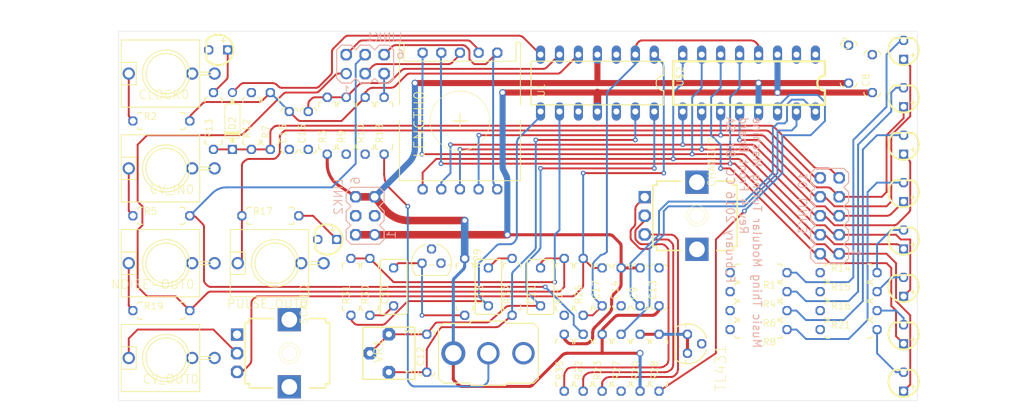
<source format=kicad_pcb>
(kicad_pcb (version 20211014) (generator pcbnew)
  (layers (0 "F.Cu" signal) (1 "In1.Cu" signal) (2 "In2.Cu" signal) (31 "B.Cu" signal) (34 "B.Paste" user) (35 "F.Paste" user) (36 "B.SilkS" user "B.Silkscreen") (37 "F.SilkS" user "F.Silkscreen") (38 "B.Mask" user) (39 "F.Mask" user) (44 "Edge.Cuts" user))
  (net 0 "")
  (net 1 "+12V_FRONT")
  (net 2 "N$2")
  (net 3 "N$5")
  (net 4 "N$8")
  (net 5 "CLOCK_FRONT")
  (net 6 "STEP_16_FRONT")
  (net 7 "N$13")
  (net 8 "MAIN_OUT")
  (net 9 "N$26")
  (net 10 "N$23")
  (net 11 "N$25")
  (net 12 "N$16")
  (net 13 "N$20")
  (net 14 "N$21")
  (net 15 "N$22")
  (net 16 "NOISE_FRONT")
  (net 17 "STEP_12_FRONT")
  (net 18 "N$12")
  (net 19 "N$11")
  (net 20 "N$43")
  (net 21 "N$47")
  (net 22 "N$48")
  (net 23 "N$3")
  (net 24 "N$30")
  (net 25 "N$31")
  (net 26 "N$32")
  (net 27 "N$33")
  (net 28 "N$34")
  (net 29 "N$35")
  (net 30 "N$36")
  (net 31 "N$37")
  (net 32 "N$39")
  (net 33 "N$40")
  (net 34 "N$41")
  (net 35 "N$27")
  (net 36 "N$18")
  (net 37 "N$9")
  (net 38 "-12V_FRONT")
  (net 39 "GND_FRONT")
  (net 40 "WRITE_SW_FRONT")
  (net 41 "END_OF_LOOP_FRONT")
  (net 42 "B1_FRONT")
  (net 43 "B3_FRONT")
  (net 44 "B4_FRONT")
  (net 45 "B5_FRONT")
  (net 46 "B6_FRONT")
  (net 47 "B7_FRONT")
  (net 48 "B2_FRONT")
  (net 49 "B8_FRONT")
  (net 50 "LOOP_CTRL_FRONT")
  (net 51 "N$15")
  (net 52 "PULSE_OUT_FRONT")
  (net 53 "N$6")
  (footprint "TuringFront:0207_7" (layer "F.Cu") (at 125.4811 92.9236 90)
    (fp_text reference "R9")
    (fp_text value "15k")
  )
  (footprint "TuringFront:9MM_SNAP-IN_POT" (layer "F.Cu") (at 117.8611 123.4036 -90)
    (fp_text reference "SCALE0")
    (fp_text value "50k")
  )
  (footprint "TuringFront:LED3MM" (layer "F.Cu") (at 200.1571 89.1136 90)
    (fp_text reference "UNK7")
    (fp_text value "")
  )
  (footprint "TuringFront:MA03-2BACKSIDE" (layer "F.Cu") (at 128.0211 104.9886 90)
    (fp_text reference "LINK2")
    (fp_text value "")
  )
  (footprint "TuringFront:0207_7" (layer "F.Cu") (at 147.7061 114.5136 90)
    (fp_text reference "R32")
    (fp_text value "1k")
  )
  (footprint "TuringFront:LED3MM" (layer "F.Cu") (at 200.1571 95.4636 90)
    (fp_text reference "UNK6")
    (fp_text value "")
  )
  (footprint "TuringFront:WQP-PJ301M-12_JACK" (layer "F.Cu") (at 115.9561 111.3386 90)
    (fp_text reference "PULSE_OUT0")
    (fp_text value "THONKICONNNEW" hide)
  )
  (footprint "TuringFront:TO92-CLP" (layer "F.Cu") (at 171.2011 122.1336 -90)
    (fp_text reference "TL431")
    (fp_text value "" hide)
  )
  (footprint "TuringFront:0207_7" (layer "F.Cu") (at 100.7161 117.6886)
    (fp_text reference "R19")
    (fp_text value "1k")
  )
  (footprint "TuringFront:C050-024X044" (layer "F.Cu") (at 195.9661 85.9386 90)
    (fp_text reference "C8")
    (fp_text value "100n")
  )
  (footprint "TuringFront:C050-024X044" (layer "F.Cu") (at 117.8611 93.5586 90)
    (fp_text reference "C15")
    (fp_text value "330pf")
  )
  (footprint "TuringFront:WQP-PJ301M-12_JACK" (layer "F.Cu") (at 101.3511 124.0386 90)
    (fp_text reference "CV_OUT0")
    (fp_text value "THONKICONNNEW" hide)
  )
  (footprint "TuringFront:C050-024X044" (layer "F.Cu") (at 120.4011 93.5586 90)
    (fp_text reference "C16")
    (fp_text value "100n")
  )
  (footprint "TuringFront:C050-035X075" (layer "F.Cu") (at 144.5311 114.5136 90)
    (fp_text reference "C18")
    (fp_text value "0.47uf")
  )
  (footprint "TuringFront:0207_7" (layer "F.Cu") (at 130.5611 92.9236 90)
    (fp_text reference "R18")
    (fp_text value "1k")
  )
  (footprint "TuringFront:WQP-PJ301M-12_JACK" (layer "F.Cu") (at 101.3511 98.6386 90)
    (fp_text reference "CV_IN0")
    (fp_text value "THONKICONNNEW" hide)
  )
  (footprint "TuringFront:LED3MM" (layer "F.Cu") (at 200.1571 127.2136 90)
    (fp_text reference "UNK1")
    (fp_text value "")
  )
  (footprint "TuringFront:WQP-PJ301M-12_JACK" (layer "F.Cu") (at 101.3511 85.9386 90)
    (fp_text reference "CLOCK0")
    (fp_text value "THONKICONNNEW" hide)
  )
  (footprint "TuringFront:0207_7" (layer "F.Cu") (at 192.7911 115.1486)
    (fp_text reference "R15")
    (fp_text value "2.2k")
  )
  (footprint "TuringFront:0207_7" (layer "F.Cu") (at 115.3211 104.9886)
    (fp_text reference "R17")
    (fp_text value "2.2k")
  )
  (footprint "TuringFront:C050-024X044" (layer "F.Cu") (at 167.3911 114.5136 90)
    (fp_text reference "C13")
    (fp_text value "100n")
  )
  (footprint "TuringFront:0207_7" (layer "F.Cu") (at 180.7261 120.2286 180)
    (fp_text reference "R8")
    (fp_text value "2.2k")
  )
  (footprint "TuringFront:LED3MM" (layer "F.Cu") (at 200.1571 82.7636 90)
    (fp_text reference "UNK8")
    (fp_text value "")
  )
  (footprint "TuringFront:MOUNTING_HOLE" (layer "F.Cu") (at 190.2511 125.9436)
    (fp_text reference "U$5" hide)
    (fp_text value "" hide)
  )
  (footprint "TuringFront:0207_7" (layer "F.Cu") (at 192.7911 117.6886)
    (fp_text reference "R16")
    (fp_text value "2.2k")
  )
  (footprint "TuringFront:LED3MM" (layer "F.Cu") (at 200.1571 120.8636 90)
    (fp_text reference "UNK2")
    (fp_text value "")
  )
  (footprint "TuringFront:7MM_RESISTOR" (layer "F.Cu") (at 154.6911 114.5136 90)
    (fp_text reference "R11")
    (fp_text value "100k")
  )
  (footprint "TuringFront:DO35-7" (layer "F.Cu") (at 110.2411 92.2886 90)
    (fp_text reference "D2")
    (fp_text value "1N4148" hide)
  )
  (footprint "TuringFront:0207_7" (layer "F.Cu") (at 192.7911 112.6086)
    (fp_text reference "R14")
    (fp_text value "2.2k")
  )
  (footprint "TuringFront:WQP-PJ301M-12_JACK" (layer "F.Cu") (at 101.3511 111.3386 90)
    (fp_text reference "NOISE-OUT0")
    (fp_text value "THONKICONNNEW" hide)
  )
  (footprint "TuringFront:C050-024X044" (layer "F.Cu") (at 192.7911 84.6686 -90)
    (fp_text reference "C7")
    (fp_text value "100n")
  )
  (footprint "TuringFront:9MM_SNAP-IN_POT" (layer "F.Cu") (at 172.4711 104.9886 -90)
    (fp_text reference "CHANGE0")
    (fp_text value "50k")
  )
  (footprint "TuringFront:0207_7" (layer "F.Cu") (at 164.8511 124.6736 90)
    (fp_text reference "R20")
    (fp_text value "3.3k")
  )
  (footprint "TuringFront:0207_7" (layer "F.Cu") (at 112.7811 92.2886 90)
    (fp_text reference "R12")
    (fp_text value "10k")
  )
  (footprint "TuringFront:0207_7" (layer "F.Cu") (at 115.3211 92.2886 90)
    (fp_text reference "R7")
    (fp_text value "470k")
  )
  (footprint "TuringFront:0207_7" (layer "F.Cu") (at 180.7261 115.1486 180)
    (fp_text reference "R4")
    (fp_text value "2.2k")
  )
  (footprint "TuringFront:0207_7" (layer "F.Cu") (at 100.7161 104.9886)
    (fp_text reference "R5")
    (fp_text value "51k")
  )
  (footprint "TuringFront:0207_7" (layer "F.Cu") (at 157.2311 114.5136 90)
    (fp_text reference "R26")
    (fp_text value "5.1k")
  )
  (footprint "TuringFront:ALPS-SRBV" (layer "F.Cu") (at 140.7211 92.2886)
    (fp_text reference "LENGTH0")
    (fp_text value "ALPS-SRBV" hide)
  )
  (footprint "TuringFront:DIL14" (layer "F.Cu") (at 159.1361 87.2086 180)
    (fp_text reference "U1")
    (fp_text value "TL074_")
  )
  (footprint "TuringFront:LED3MM" (layer "F.Cu") (at 200.1571 114.5136 90)
    (fp_text reference "UNK3")
    (fp_text value "")
  )
  (footprint "TuringFront:LED3MM" (layer "F.Cu") (at 108.3361 82.7636 180)
    (fp_text reference "CLK0")
    (fp_text value "")
  )
  (footprint "TuringFront:0207_7" (layer "F.Cu") (at 154.6911 124.6736 90)
    (fp_text reference "R35")
    (fp_text value "10k")
  )
  (footprint "TuringFront:0207_7" (layer "F.Cu") (at 167.3911 124.6736 90)
    (fp_text reference "R28")
    (fp_text value "1.6k")
  )
  (footprint "TuringFront:LED3MM" (layer "F.Cu") (at 200.1571 101.8136 90)
    (fp_text reference "UNK5")
    (fp_text value "")
  )
  (footprint "TuringFront:0207_7" (layer "F.Cu") (at 128.0211 92.9236 90)
    (fp_text reference "R10")
    (fp_text value "100k")
  )
  (footprint "TuringFront:C050-024X044" (layer "F.Cu") (at 159.7711 114.5136 90)
    (fp_text reference "C17")
    (fp_text value "1n")
  )
  (footprint "TuringFront:0207_7" (layer "F.Cu") (at 180.7261 117.6886 180)
    (fp_text reference "R6")
    (fp_text value "2.2k")
  )
  (footprint "TuringFront:C050-035X075" (layer "F.Cu") (at 131.8311 114.5136 90)
    (fp_text reference "C10")
    (fp_text value "0.47uf")
  )
  (footprint "TuringFront:0207_7" (layer "F.Cu") (at 128.6561 114.5136 90)
    (fp_text reference "R30")
    (fp_text value "10k")
  )
  (footprint "TuringFront:MOUNTING_HOLE" (layer "F.Cu") (at 119.1311 84.0336)
    (fp_text reference "U$4" hide)
    (fp_text value "" hide)
  )
  (footprint "TuringFront:C050-024X044" (layer "F.Cu") (at 162.3111 114.5136 90)
    (fp_text reference "C14")
    (fp_text value "100n")
  )
  (footprint "TuringFront:LED3MM" (layer "F.Cu") (at 122.9411 108.1636 180)
    (fp_text reference "PULS1")
    (fp_text value "")
  )
  (footprint "TuringFront:0207_7" (layer "F.Cu") (at 126.1161 114.5136 90)
    (fp_text reference "R31")
    (fp_text value "470k")
  )
  (footprint "TuringFront:0207_7" (layer "F.Cu") (at 159.7711 124.6736 90)
    (fp_text reference "R23")
    (fp_text value "10k")
  )
  (footprint "TuringFront:DIL16" (layer "F.Cu") (at 179.4561 87.2086 180)
    (fp_text reference "U$2")
    (fp_text value "DAC0800")
  )
  (footprint "TuringFront:0207_7" (layer "F.Cu") (at 122.9411 92.9236 90)
    (fp_text reference "R3")
    (fp_text value "68k")
  )
  (footprint "TuringFront:0207_7" (layer "F.Cu") (at 141.3561 114.5136 -90)
    (fp_text reference "R29")
    (fp_text value "100k")
  )
  (footprint "TuringFront:0207_7" (layer "F.Cu") (at 107.7011 92.2886 90)
    (fp_text reference "R13")
    (fp_text value "2.2k")
  )
  (footprint "TuringFront:C050-024X044" (layer "F.Cu") (at 136.2761 123.4036 90)
    (fp_text reference "C12")
    (fp_text value "1n")
  )
  (footprint "TuringFront:M9040P" (layer "F.Cu") (at 144.5311 123.4036 90)
    (fp_text reference "WRITE0" hide)
    (fp_text value "T-80-T-SPDT-ON-OFF-ON" hide)
  )
  (footprint "TuringFront:10PIN_BACKSIDE" (layer "F.Cu") (at 190.2511 104.9886 90)
    (fp_text reference "LINK3")
    (fp_text value "")
  )
  (footprint "TuringFront:BOURNS_3362P_TRIMMER" (layer "F.Cu") (at 131.1961 123.4036 90)
    (fp_text reference "VR1")
    (fp_text value "1m")
  )
  (footprint "TuringFront:C050-024X044" (layer "F.Cu") (at 164.8511 114.5136 90)
    (fp_text reference "C9")
    (fp_text value "10n")
  )
  (footprint "TuringFront:0207_7" (layer "F.Cu") (at 100.7161 92.2886)
    (fp_text reference "R2")
    (fp_text value "15k")
  )
  (footprint "TuringFront:TO92" (layer "F.Cu") (at 136.9111 111.3386)
    (fp_text reference "T1" hide)
    (fp_text value "2N3904")
  )
  (footprint "TuringFront:0207_7" (layer "F.Cu") (at 180.7261 112.6086 180)
    (fp_text reference "R1")
    (fp_text value "2.2k")
  )
  (footprint "TuringFront:MA03-2BACKSIDE" (layer "F.Cu") (at 128.0211 84.6686)
    (fp_text reference "LINK1")
    (fp_text value "")
  )
  (footprint "TuringFront:0207_7" (layer "F.Cu") (at 192.7911 120.2286)
    (fp_text reference "R21")
    (fp_text value "2.2k")
  )
  (footprint "TuringFront:0207_7" (layer "F.Cu") (at 157.2311 124.6736 90)
    (fp_text reference "R22")
    (fp_text value "100k")
  )
  (footprint "TuringFront:0207_7" (layer "F.Cu") (at 162.3111 124.6736 90)
    (fp_text reference "R27")
    (fp_text value "1.6k")
  )
  (footprint "TuringFront:C050-035X075" (layer "F.Cu") (at 151.5161 114.5136 90)
    (fp_text reference "C11")
    (fp_text value "0.47uf")
  )
  (footprint "TuringFront:LED3MM" (layer "F.Cu") (at 200.1571 108.1636 90)
    (fp_text reference "UNK4")
    (fp_text value "")
  )
  (gr_line (start 95.0011 80.2536) (end 95.0011 129.7536) (layer "Edge.Cuts") (width 0.05))
  (gr_line (start 202.0011 129.7536) (end 202.0011 80.2536) (layer "Edge.Cuts") (width 0.05))
  (gr_line (start 202.0011 80.2536) (end 95.0011 80.2536) (layer "Edge.Cuts") (width 0.05))
  (gr_line (start 95.0011 129.7536) (end 202.0011 129.7536) (layer "Edge.Cuts") (width 0.05))
  (gr_text "Music Thing Modular Turing Machine\nRev 4 Front Board\nFebruary 2016 CC-BY-SA\n" (at 176.2811 91.6536 -90) (layer "B.SilkS") (effects (font (size 1.1176 1.1176) (thickness 0.1524)) (justify right bottom mirror)))
  (segment (start 161.774775 118.345237) (end 161.621625 118.408674) (width 0.4064) (layer "F.Cu") (net 1))
  (segment (start 140.819775 127.826963) (end 140.984125 127.8486) (width 0.4064) (layer "F.Cu") (net 1))
  (segment (start 122.9411 98.078498) (end 122.961468 98.451172) (width 0.4064) (layer "F.Cu") (net 1))
  (segment (start 123.262159 99.525116) (end 123.438271 99.854183) (width 0.4064) (layer "F.Cu") (net 1))
  (segment (start 130.552146 104.02491) (end 130.552146 104.02491) (width 1.016) (layer "F.Cu") (net 1))
  (segment (start 180.7261 87.2086) (end 159.1361 87.2086) (width 0.8128) (layer "F.Cu") (net 1))
  (segment (start 150.432087 127.662613) (end 154.428075 123.666625) (width 0.4064) (layer "F.Cu") (net 1))
  (segment (start 167.306026 117.743075) (end 167.205112 117.874588) (width 0.4064) (layer "F.Cu") (net 1))
  (segment (start 166.657425 118.301964) (end 166.493075 118.3236) (width 0.4064) (layer "F.Cu") (net 1))
  (segment (start 139.966215 127.093716) (end 140.535112 127.662613) (width 0.4064) (layer "F.Cu") (net 1))
  (segment (start 130.833117 104.342355) (end 131.144249 104.6303) (width 1.016) (layer "F.Cu") (net 1))
  (segment (start 130.552146 104.02491) (end 130.833117 104.342355) (width 1.016) (layer "F.Cu") (net 1))
  (segment (start 129.2911 102.4486) (end 130.552146 104.02491) (width 1.016) (layer "F.Cu") (net 1))
  (segment (start 166.493075 118.3236) (end 161.939125 118.3236) (width 0.4064) (layer "F.Cu") (net 1))
  (segment (start 123.438271 99.854183) (end 123.649196 100.162098) (width 0.4064) (layer "F.Cu") (net 1))
  (segment (start 161.939125 118.3236) (end 161.774775 118.345237) (width 0.4064) (layer "F.Cu") (net 1))
  (segment (start 161.490112 118.509588) (end 159.957087 120.042613) (width 0.4064) (layer "F.Cu") (net 1))
  (segment (start 159.7711 123.4036) (end 164.8511 123.4036) (width 0.4064) (layer "F.Cu") (net 1))
  (segment (start 133.035807 105.539429) (end 133.455017 105.602505) (width 1.016) (layer "F.Cu") (net 1))
  (segment (start 140.666625 127.763527) (end 140.819775 127.826963) (width 0.4064) (layer "F.Cu") (net 1))
  (segment (start 154.428075 123.666625) (end 154.428075 123.666625) (width 0.4064) (layer "F.Cu") (net 1))
  (segment (start 131.844404 105.106604) (end 132.226493 105.290245) (width 1.016) (layer "F.Cu") (net 1))
  (segment (start 139.8321 123.4036) (end 139.8321 126.769932) (width 0.4064) (layer "F.Cu") (net 1))
  (segment (start 159.7711 120.491625) (end 159.7711 120.8636) (width 0.4064) (layer "F.Cu") (net 1))
  (segment (start 166.942087 118.137613) (end 166.942087 118.137613) (width 0.4064) (layer "F.Cu") (net 1))
  (segment (start 167.3911 117.425575) (end 167.369463 117.589925) (width 0.4064) (layer "F.Cu") (net 1))
  (segment (start 139.893447 126.998882) (end 139.966215 127.093716) (width 0.4064) (layer "F.Cu") (net 1))
  (segment (start 166.810574 118.238527) (end 166.657425 118.301964) (width 0.4064) (layer "F.Cu") (net 1))
  (segment (start 122.9411 98.078497) (end 122.9411 98.078498) (width 0.4064) (layer "F.Cu") (net 1))
  (segment (start 122.961468 98.451172) (end 123.022329 98.819407) (width 0.4064) (layer "F.Cu") (net 1))
  (segment (start 159.7711 120.8636) (end 159.7711 123.4036) (width 0.4064) (layer "F.Cu") (net 1))
  (segment (start 139.847703 126.888446) (end 139.893447 126.998882) (width 0.4064) (layer "F.Cu") (net 1))
  (segment (start 123.649196 100.162098) (end 123.892422 100.445191) (width 0.4064) (layer "F.Cu") (net 1))
  (segment (start 159.1361 87.2086) (end 134.6886 87.2086) (width 0.8128) (layer "F.Cu") (net 1))
  (segment (start 167.205112 117.874588) (end 166.942087 118.137613) (width 0.4064) (layer "F.Cu") (net 1))
  (segment (start 133.878421 105.6236) (end 141.3561 105.6236) (width 1.016) (layer "F.Cu") (net 1))
  (segment (start 140.535113 127.662614) (end 140.666625 127.763527) (width 0.4064) (layer "F.Cu") (net 1))
  (segment (start 167.369463 117.589925) (end 167.306026 117.743075) (width 0.4064) (layer "F.Cu") (net 1))
  (segment (start 124.165052 100.700091) (end 124.463837 100.92376) (width 0.4064) (layer "F.Cu") (net 1))
  (segment (start 123.892422 100.445191) (end 124.165052 100.700091) (width 0.4064) (layer "F.Cu") (net 1))
  (segment (start 133.455017 105.602505) (end 133.878421 105.6236) (width 1.016) (layer "F.Cu") (net 1))
  (segment (start 159.1361 83.3986) (end 159.1361 87.2086) (width 0.8128) (layer "F.Cu") (net 1))
  (segment (start 154.564159 123.554944) (end 154.719415 123.471958) (width 0.4064) (layer "F.Cu") (net 1))
  (segment (start 159.957087 120.042613) (end 159.856173 120.174126) (width 0.4064) (layer "F.Cu") (net 1))
  (segment (start 140.984125 127.8486) (end 149.983075 127.8486) (width 0.4064) (layer "F.Cu") (net 1))
  (segment (start 161.939125 118.3236) (end 161.939125 118.3236) (width 0.4064) (layer "F.Cu") (net 1))
  (segment (start 131.482462 104.885894) (end 131.844404 105.106604) (width 1.016) (layer "F.Cu") (net 1))
  (segment (start 124.463837 100.92376) (end 126.7511 102.4486) (width 0.4064) (layer "F.Cu") (net 1))
  (segment (start 139.8321 126.769932) (end 139.8321 126.769933) (width 0.4064) (layer "F.Cu") (net 1))
  (segment (start 159.957087 120.042613) (end 159.957087 120.042613) (width 0.4064) (layer "F.Cu") (net 1))
  (segment (start 139.8321 126.769933) (end 139.847703 126.888446) (width 0.4064) (layer "F.Cu") (net 1))
  (segment (start 132.226493 105.290245) (end 132.624943 105.434998) (width 1.016) (layer "F.Cu") (net 1))
  (segment (start 149.983075 127.8486) (end 150.147425 127.826963) (width 0.4064) (layer "F.Cu") (net 1))
  (segment (start 132.624943 105.434998) (end 133.035807 105.539429) (width 1.016) (layer "F.Cu") (net 1))
  (segment (start 155.063075 123.4036) (end 159.7711 123.4036) (width 0.4064) (layer "F.Cu") (net 1))
  (segment (start 159.856173 120.174126) (end 159.792736 120.327275) (width 0.4064) (layer "F.Cu") (net 1))
  (segment (start 161.621625 118.408674) (end 161.490112 118.509588) (width 0.4064) (layer "F.Cu") (net 1))
  (segment (start 123.022329 98.819407) (end 123.12296 99.178815) (width 0.4064) (layer "F.Cu") (net 1))
  (segment (start 159.792736 120.327275) (end 159.7711 120.491625) (width 0.4064) (layer "F.Cu") (net 1))
  (segment (start 149.983075 127.8486) (end 149.983075 127.8486) (width 0.4064) (layer "F.Cu") (net 1))
  (segment (start 123.12296 99.178815) (end 123.262159 99.525116) (width 0.4064) (layer "F.Cu") (net 1))
  (segment (start 167.3911 117.0536) (end 167.3911 117.425575) (width 0.4064) (layer "F.Cu") (net 1))
  (segment (start 180.7261 87.2086) (end 192.7911 87.2086) (width 0.8128) (layer "F.Cu") (net 1))
  (segment (start 154.719415 123.471958) (end 155.063075 123.4036) (width 0.4064) (layer "F.Cu") (net 1))
  (segment (start 150.147425 127.826963) (end 150.300574 127.763526) (width 0.4064) (layer "F.Cu") (net 1))
  (segment (start 129.2911 102.4486) (end 126.7511 102.4486) (width 1.016) (layer "F.Cu") (net 1))
  (segment (start 122.9411 96.7336) (end 122.9411 98.078497) (width 0.4064) (layer "F.Cu") (net 1))
  (segment (start 167.3911 117.425575) (end 167.3911 117.425575) (width 0.4064) (layer "F.Cu") (net 1))
  (segment (start 166.942087 118.137613) (end 166.810574 118.238527) (width 0.4064) (layer "F.Cu") (net 1))
  (segment (start 150.300574 127.763526) (end 150.432087 127.662613) (width 0.4064) (layer "F.Cu") (net 1))
  (segment (start 131.144249 104.6303) (end 131.482462 104.885894) (width 1.016) (layer "F.Cu") (net 1))
  (segment (start 140.535112 127.662613) (end 140.535113 127.662614) (width 0.4064) (layer "F.Cu") (net 1))
  (segment (start 154.428075 123.666625) (end 154.564159 123.554944) (width 0.4064) (layer "F.Cu") (net 1))
  (via (at 164.8511 123.4036) (size 0.9048) (drill 0.6) (layers "F.Cu" "B.Cu") (net 1))
  (via (at 141.3561 105.6236) (size 0.9048) (drill 0.6) (layers "F.Cu" "B.Cu") (net 1))
  (via (at 180.7261 87.2086) (size 0.9048) (drill 0.6) (layers "F.Cu" "B.Cu") (net 1))
  (via (at 134.6886 87.2086) (size 0.9048) (drill 0.6) (layers "F.Cu" "B.Cu") (net 1))
  (segment (start 139.893447 113.458319) (end 139.966215 113.363485) (width 0.4064) (layer "B.Cu") (net 1))
  (segment (start 134.480697 96.964985) (end 134.322683 97.285405) (width 0.8128) (layer "B.Cu") (net 1))
  (segment (start 141.170112 112.159588) (end 141.170112 112.159588) (width 0.4064) (layer "B.Cu") (net 1))
  (segment (start 180.7261 91.0186) (end 180.7261 87.2086) (width 0.8128) (layer "B.Cu") (net 1))
  (segment (start 141.334462 111.874925) (end 141.3561 111.710575) (width 0.4064) (layer "B.Cu") (net 1))
  (segment (start 139.8321 113.687269) (end 139.8321 113.687269) (width 0.4064) (layer "B.Cu") (net 1))
  (segment (start 134.665234 96.276283) (end 134.595535 96.626682) (width 0.8128) (layer "B.Cu") (net 1))
  (segment (start 164.8511 128.4836) (end 164.8511 123.4036) (width 0.4064) (layer "B.Cu") (net 1))
  (segment (start 141.3561 111.710575) (end 141.3561 110.7036) (width 0.4064) (layer "B.Cu") (net 1))
  (segment (start 134.6886 95.919785) (end 134.6886 95.919784) (width 0.8128) (layer "B.Cu") (net 1))
  (segment (start 141.3561 105.6236) (end 141.3561 110.7036) (width 1.016) (layer "B.Cu") (net 1))
  (segment (start 139.8321 123.4036) (end 139.8321 113.687269) (width 0.4064) (layer "B.Cu") (net 1))
  (segment (start 141.271025 112.028075) (end 141.334462 111.874925) (width 0.4064) (layer "B.Cu") (net 1))
  (segment (start 133.888637 97.851063) (end 129.2911 102.4486) (width 0.8128) (layer "B.Cu") (net 1))
  (segment (start 134.124198 97.582459) (end 133.888637 97.851063) (width 0.8128) (layer "B.Cu") (net 1))
  (segment (start 134.595535 96.626682) (end 134.480697 96.964985) (width 0.8128) (layer "B.Cu") (net 1))
  (segment (start 141.170112 112.159588) (end 141.271025 112.028075) (width 0.4064) (layer "B.Cu") (net 1))
  (segment (start 139.8321 113.687269) (end 139.847703 113.568756) (width 0.4064) (layer "B.Cu") (net 1))
  (segment (start 134.322683 97.285405) (end 134.124198 97.582459) (width 0.8128) (layer "B.Cu") (net 1))
  (segment (start 134.6886 95.919784) (end 134.665234 96.276283) (width 0.8128) (layer "B.Cu") (net 1))
  (segment (start 139.966215 113.363485) (end 141.170112 112.159588) (width 0.4064) (layer "B.Cu") (net 1))
  (segment (start 139.847703 113.568756) (end 139.893447 113.458319) (width 0.4064) (layer "B.Cu") (net 1))
  (segment (start 134.6886 87.2086) (end 134.6886 95.919785) (width 0.8128) (layer "B.Cu") (net 1))
  (segment (start 96.3511 91.501339) (end 96.370207 91.646466) (width 0.254) (layer "F.Cu") (net 2))
  (segment (start 96.3511 85.9386) (end 96.3511 91.501338) (width 0.254) (layer "F.Cu") (net 2))
  (segment (start 96.370207 91.646466) (end 96.515334 91.897835) (width 0.254) (layer "F.Cu") (net 2))
  (segment (start 96.3511 91.501338) (end 96.3511 91.501339) (width 0.254) (layer "F.Cu") (net 2))
  (segment (start 96.515334 91.897835) (end 96.9061 92.2886) (width 0.254) (layer "F.Cu") (net 2))
  (segment (start 153.957425 85.916964) (end 153.793075 85.9386) (width 0.254) (layer "F.Cu") (net 3))
  (segment (start 106.529775 89.770238) (end 106.694125 89.7486) (width 0.254) (layer "F.Cu") (net 3))
  (segment (start 113.854321 89.731345) (end 114.022785 89.680242) (width 0.254) (layer "F.Cu") (net 3))
  (segment (start 132.094125 87.580576) (end 131.958041 87.692256) (width 0.254) (layer "F.Cu") (net 3))
  (segment (start 133.681625 86.023674) (end 133.550112 86.124588) (width 0.254) (layer "F.Cu") (net 3))
  (segment (start 133.999125 85.9386) (end 133.834775 85.960237) (width 0.254) (layer "F.Cu") (net 3))
  (segment (start 154.242087 85.752613) (end 154.242087 85.752613) (width 0.254) (layer "F.Cu") (net 3))
  (segment (start 106.694125 89.7486) (end 113.679125 89.7486) (width 0.254) (layer "F.Cu") (net 3))
  (segment (start 129.028075 87.8436) (end 129.028075 87.8436) (width 0.254) (layer "F.Cu") (net 3))
  (segment (start 104.611174 91.599126) (end 104.712087 91.467613) (width 0.254) (layer "F.Cu") (net 3))
  (segment (start 104.712087 91.467613) (end 106.245112 89.934588) (width 0.254) (layer "F.Cu") (net 3))
  (segment (start 128.0211 89.1136) (end 128.0211 88.4786) (width 0.254) (layer "F.Cu") (net 3))
  (segment (start 129.028075 87.8436) (end 128.852879 87.860855) (width 0.254) (layer "F.Cu") (net 3))
  (segment (start 118.945113 92.102614) (end 119.076625 92.203527) (width 0.254) (layer "F.Cu") (net 3))
  (segment (start 128.684416 87.911958) (end 128.393075 88.106625) (width 0.254) (layer "F.Cu") (net 3))
  (segment (start 133.999125 85.9386) (end 133.999125 85.9386) (width 0.254) (layer "F.Cu") (net 3))
  (segment (start 156.5961 83.3986) (end 154.242087 85.752613) (width 0.254) (layer "F.Cu") (net 3))
  (segment (start 153.793075 85.9386) (end 133.999125 85.9386) (width 0.254) (layer "F.Cu") (net 3))
  (segment (start 132.094125 87.580575) (end 132.094125 87.580576) (width 0.254) (layer "F.Cu") (net 3))
  (segment (start 114.314125 89.485575) (end 115.3211 88.4786) (width 0.254) (layer "F.Cu") (net 3))
  (segment (start 106.245112 89.934588) (end 106.376625 89.833675) (width 0.254) (layer "F.Cu") (net 3))
  (segment (start 133.834775 85.960237) (end 133.681625 86.023674) (width 0.254) (layer "F.Cu") (net 3))
  (segment (start 117.8611 91.0186) (end 118.945112 92.102613) (width 0.254) (layer "F.Cu") (net 3))
  (segment (start 154.110574 85.853527) (end 153.957425 85.916964) (width 0.254) (layer "F.Cu") (net 3))
  (segment (start 124.8461 92.2886) (end 128.0211 89.1136) (width 0.254) (layer "F.Cu") (net 3))
  (segment (start 131.802784 87.775243) (end 131.459125 87.8436) (width 0.254) (layer "F.Cu") (net 3))
  (segment (start 154.242087 85.752613) (end 154.110574 85.853527) (width 0.254) (layer "F.Cu") (net 3))
  (segment (start 128.852879 87.860855) (end 128.684416 87.911958) (width 0.254) (layer "F.Cu") (net 3))
  (segment (start 119.076625 92.203527) (end 119.229775 92.266963) (width 0.254) (layer "F.Cu") (net 3))
  (segment (start 133.550112 86.124588) (end 132.094125 87.580575) (width 0.254) (layer "F.Cu") (net 3))
  (segment (start 113.679126 89.7486) (end 113.854321 89.731345) (width 0.254) (layer "F.Cu") (net 3))
  (segment (start 114.022785 89.680242) (end 114.314125 89.485575) (width 0.254) (layer "F.Cu") (net 3))
  (segment (start 119.229775 92.266963) (end 119.394125 92.2886) (width 0.254) (layer "F.Cu") (net 3))
  (segment (start 104.5261 91.916625) (end 104.547737 91.752275) (width 0.254) (layer "F.Cu") (net 3))
  (segment (start 104.547737 91.752275) (end 104.611174 91.599126) (width 0.254) (layer "F.Cu") (net 3))
  (segment (start 104.5261 92.2886) (end 104.5261 91.916625) (width 0.254) (layer "F.Cu") (net 3))
  (segment (start 106.376625 89.833675) (end 106.529775 89.770238) (width 0.254) (layer "F.Cu") (net 3))
  (segment (start 131.958041 87.692256) (end 131.802784 87.775243) (width 0.254) (layer "F.Cu") (net 3))
  (segment (start 119.394125 92.2886) (end 124.8461 92.2886) (width 0.254) (layer "F.Cu") (net 3))
  (segment (start 113.679125 89.7486) (end 113.679126 89.7486) (width 0.254) (layer "F.Cu") (net 3))
  (segment (start 104.5261 91.916625) (end 104.5261 91.916625) (width 0.254) (layer "F.Cu") (net 3))
  (segment (start 118.945112 92.102613) (end 118.945113 92.102614) (width 0.254) (layer "F.Cu") (net 3))
  (segment (start 128.393075 88.106625) (end 128.0211 88.4786) (width 0.254) (layer "F.Cu") (net 3))
  (segment (start 106.245112 89.934588) (end 106.245112 89.934588) (width 0.254) (layer "F.Cu") (net 3))
  (segment (start 131.459125 87.8436) (end 129.028075 87.8436) (width 0.254) (layer "F.Cu") (net 3))
  (segment (start 117.8611 91.0186) (end 115.3211 88.4786) (width 0.254) (layer "B.Cu") (net 3))
  (segment (start 115.927785 87.276958) (end 115.584125 87.2086) (width 0.254) (layer "F.Cu") (net 4))
  (segment (start 125.295112 81.044588) (end 123.762087 82.577613) (width 0.254) (layer "F.Cu") (net 4))
  (segment (start 121.857087 87.657613) (end 121.725574 87.758527) (width 0.254) (layer "F.Cu") (net 4))
  (segment (start 116.854124 87.8436) (end 116.689774 87.821963) (width 0.254) (layer "F.Cu") (net 4))
  (segment (start 149.103042 81.009944) (end 148.947785 80.926958) (width 0.254) (layer "F.Cu") (net 4))
  (segment (start 123.762087 82.577613) (end 123.762087 82.577613) (width 0.254) (layer "F.Cu") (net 4))
  (segment (start 121.725574 87.758527) (end 121.572425 87.821964) (width 0.254) (layer "F.Cu") (net 4))
  (segment (start 123.390112 86.124588) (end 121.857087 87.657613) (width 0.254) (layer "F.Cu") (net 4))
  (segment (start 116.083042 87.359944) (end 115.927785 87.276958) (width 0.254) (layer "F.Cu") (net 4))
  (segment (start 148.947785 80.926958) (end 148.604125 80.8586) (width 0.254) (layer "F.Cu") (net 4))
  (segment (start 123.554463 85.839925) (end 123.491026 85.993075) (width 0.254) (layer "F.Cu") (net 4))
  (segment (start 123.762087 82.577613) (end 123.661173 82.709126) (width 0.254) (layer "F.Cu") (net 4))
  (segment (start 148.604125 80.8586) (end 125.744125 80.8586) (width 0.254) (layer "F.Cu") (net 4))
  (segment (start 115.584125 87.2086) (end 111.774125 87.2086) (width 0.254) (layer "F.Cu") (net 4))
  (segment (start 149.239126 81.121625) (end 149.103042 81.009944) (width 0.254) (layer "F.Cu") (net 4))
  (segment (start 111.325112 87.394588) (end 110.2411 88.4786) (width 0.254) (layer "F.Cu") (net 4))
  (segment (start 111.774125 87.2086) (end 111.609775 87.230237) (width 0.254) (layer "F.Cu") (net 4))
  (segment (start 123.5761 85.675575) (end 123.554463 85.839925) (width 0.254) (layer "F.Cu") (net 4))
  (segment (start 111.609775 87.230237) (end 111.456625 87.293674) (width 0.254) (layer "F.Cu") (net 4))
  (segment (start 116.219125 87.471625) (end 116.219126 87.471625) (width 0.254) (layer "F.Cu") (net 4))
  (segment (start 125.744125 80.8586) (end 125.744125 80.8586) (width 0.254) (layer "F.Cu") (net 4))
  (segment (start 111.774125 87.2086) (end 111.774125 87.2086) (width 0.254) (layer "F.Cu") (net 4))
  (segment (start 125.579775 80.880237) (end 125.426625 80.943674) (width 0.254) (layer "F.Cu") (net 4))
  (segment (start 116.536624 87.758526) (end 116.405112 87.657613) (width 0.254) (layer "F.Cu") (net 4))
  (segment (start 121.408075 87.8436) (end 116.854125 87.8436) (width 0.254) (layer "F.Cu") (net 4))
  (segment (start 116.854125 87.8436) (end 116.854124 87.8436) (width 0.254) (layer "F.Cu") (net 4))
  (segment (start 125.426625 80.943674) (end 125.295112 81.044588) (width 0.254) (layer "F.Cu") (net 4))
  (segment (start 116.219126 87.471625) (end 116.083042 87.359944) (width 0.254) (layer "F.Cu") (net 4))
  (segment (start 149.239125 81.121625) (end 149.239126 81.121625) (width 0.254) (layer "F.Cu") (net 4))
  (segment (start 125.744125 80.8586) (end 125.579775 80.880237) (width 0.254) (layer "F.Cu") (net 4))
  (segment (start 121.572425 87.821964) (end 121.408075 87.8436) (width 0.254) (layer "F.Cu") (net 4))
  (segment (start 123.5761 85.675575) (end 123.5761 85.675575) (width 0.254) (layer "F.Cu") (net 4))
  (segment (start 111.456625 87.293674) (end 111.325112 87.394588) (width 0.254) (layer "F.Cu") (net 4))
  (segment (start 123.5761 83.026625) (end 123.5761 85.675575) (width 0.254) (layer "F.Cu") (net 4))
  (segment (start 121.857087 87.657613) (end 121.857087 87.657613) (width 0.254) (layer "F.Cu") (net 4))
  (segment (start 123.491026 85.993075) (end 123.390112 86.124588) (width 0.254) (layer "F.Cu") (net 4))
  (segment (start 116.405112 87.657613) (end 116.219125 87.471625) (width 0.254) (layer "F.Cu") (net 4))
  (segment (start 151.5161 83.3986) (end 149.239125 81.121625) (width 0.254) (layer "F.Cu") (net 4))
  (segment (start 123.597736 82.862275) (end 123.5761 83.026625) (width 0.254) (layer "F.Cu") (net 4))
  (segment (start 116.689774 87.821963) (end 116.536624 87.758526) (width 0.254) (layer "F.Cu") (net 4))
  (segment (start 123.661173 82.709126) (end 123.597736 82.862275) (width 0.254) (layer "F.Cu") (net 4))
  (segment (start 115.342736 93.657275) (end 115.3211 93.821625) (width 0.254) (layer "F.Cu") (net 5))
  (segment (start 115.507087 93.372613) (end 115.507087 93.372613) (width 0.254) (layer "F.Cu") (net 5))
  (segment (start 190.437087 98.824588) (end 190.437087 98.824588) (width 0.254) (layer "F.Cu") (net 5))
  (segment (start 182.817087 93.109588) (end 182.685575 93.008675) (width 0.254) (layer "F.Cu") (net 5))
  (segment (start 115.507087 93.372613) (end 115.406173 93.504126) (width 0.254) (layer "F.Cu") (net 5))
  (segment (start 189.988075 98.6386) (end 188.609125 98.6386) (width 0.254) (layer "F.Cu") (net 5))
  (segment (start 188.609125 98.6386) (end 188.609124 98.6386) (width 0.254) (layer "F.Cu") (net 5))
  (segment (start 188.291624 98.553526) (end 188.160112 98.452613) (width 0.254) (layer "F.Cu") (net 5))
  (segment (start 190.152425 98.660237) (end 189.988075 98.6386) (width 0.254) (layer "F.Cu") (net 5))
  (segment (start 182.685575 93.008675) (end 182.532425 92.945237) (width 0.254) (layer "F.Cu") (net 5))
  (segment (start 115.3211 93.821625) (end 115.3211 96.0986) (width 0.254) (layer "F.Cu") (net 5))
  (segment (start 116.054775 92.945237) (end 115.901625 93.008674) (width 0.254) (layer "F.Cu") (net 5))
  (segment (start 188.444774 98.616963) (end 188.291624 98.553526) (width 0.254) (layer "F.Cu") (net 5))
  (segment (start 116.219125 92.9236) (end 116.054775 92.945237) (width 0.254) (layer "F.Cu") (net 5))
  (segment (start 190.437087 98.824588) (end 190.305575 98.723675) (width 0.254) (layer "F.Cu") (net 5))
  (segment (start 110.2411 96.0986) (end 107.7011 96.0986) (width 0.254) (layer "F.Cu") (net 5))
  (segment (start 182.532425 92.945237) (end 182.368075 92.9236) (width 0.254) (layer "F.Cu") (net 5))
  (segment (start 115.901625 93.008674) (end 115.770112 93.109588) (width 0.254) (layer "F.Cu") (net 5))
  (segment (start 112.7811 96.0986) (end 110.2411 96.0986) (width 0.254) (layer "F.Cu") (net 5))
  (segment (start 191.5211 99.9086) (end 190.437087 98.824588) (width 0.254) (layer "F.Cu") (net 5))
  (segment (start 115.3211 96.0986) (end 112.7811 96.0986) (width 0.254) (layer "F.Cu") (net 5))
  (segment (start 190.305575 98.723675) (end 190.152425 98.660237) (width 0.254) (layer "F.Cu") (net 5))
  (segment (start 188.609124 98.6386) (end 188.444774 98.616963) (width 0.254) (layer "F.Cu") (net 5))
  (segment (start 188.160112 98.452613) (end 182.817087 93.109588) (width 0.254) (layer "F.Cu") (net 5))
  (segment (start 182.817087 93.109588) (end 182.817087 93.109588) (width 0.254) (layer "F.Cu") (net 5))
  (segment (start 182.368075 92.9236) (end 116.219125 92.9236) (width 0.254) (layer "F.Cu") (net 5))
  (segment (start 116.219125 92.9236) (end 116.219125 92.9236) (width 0.254) (layer "F.Cu") (net 5))
  (segment (start 115.406173 93.504126) (end 115.342736 93.657275) (width 0.254) (layer "F.Cu") (net 5))
  (segment (start 115.770112 93.109588) (end 115.507087 93.372613) (width 0.254) (layer "F.Cu") (net 5))
  (segment (start 143.2611 82.7636) (end 143.2611 83.0986) (width 0.254) (layer "F.Cu") (net 6))
  (segment (start 127.200112 81.679588) (end 127.200112 81.679588) (width 0.254) (layer "F.Cu") (net 6))
  (segment (start 141.728075 81.4936) (end 141.728074 81.4936) (width 0.254) (layer "F.Cu") (net 6))
  (segment (start 127.200112 81.679588) (end 127.331625 81.578675) (width 0.254) (layer "F.Cu") (net 6))
  (segment (start 127.649125 81.4936) (end 141.728075 81.4936) (width 0.254) (layer "F.Cu") (net 6))
  (segment (start 125.4811 83.3986) (end 127.200112 81.679588) (width 0.254) (layer "F.Cu") (net 6))
  (segment (start 141.892424 81.515237) (end 142.045574 81.578675) (width 0.254) (layer "F.Cu") (net 6))
  (segment (start 142.177087 81.679588) (end 143.2611 82.7636) (width 0.254) (layer "F.Cu") (net 6))
  (segment (start 127.484775 81.515238) (end 127.649125 81.4936) (width 0.254) (layer "F.Cu") (net 6))
  (segment (start 127.331625 81.578675) (end 127.484775 81.515238) (width 0.254) (layer "F.Cu") (net 6))
  (segment (start 142.045574 81.578675) (end 142.177087 81.679588) (width 0.254) (layer "F.Cu") (net 6))
  (segment (start 143.2611 83.0986) (end 143.2211 83.1386) (width 0.254) (layer "F.Cu") (net 6))
  (segment (start 141.728074 81.4936) (end 141.892424 81.515237) (width 0.254) (layer "F.Cu") (net 6))
  (segment (start 180.218042 81.644944) (end 180.062785 81.561958) (width 0.254) (layer "F.Cu") (net 7))
  (segment (start 164.665112 81.679588) (end 164.631981 81.712719) (width 0.254) (layer "F.Cu") (net 7))
  (segment (start 180.704463 82.227276) (end 180.641025 82.074126) (width 0.254) (layer "F.Cu") (net 7))
  (segment (start 164.285594 82.277969) (end 164.2161 82.716744) (width 0.254) (layer "F.Cu") (net 7))
  (segment (start 180.540112 81.942613) (end 180.354125 81.756625) (width 0.254) (layer "F.Cu") (net 7))
  (segment (start 180.062785 81.561958) (end 179.719125 81.4936) (width 0.254) (layer "F.Cu") (net 7))
  (segment (start 158.5011 118.3236) (end 159.7711 117.0536) (width 0.254) (layer "F.Cu") (net 7))
  (segment (start 180.7261 83.3986) (end 180.7261 82.391625) (width 0.254) (layer "F.Cu") (net 7))
  (segment (start 164.487277 81.882144) (end 164.37086 82.07212) (width 0.254) (layer "F.Cu") (net 7))
  (segment (start 164.37086 82.07212) (end 164.285594 82.277969) (width 0.254) (layer "F.Cu") (net 7))
  (segment (start 165.114125 81.4936) (end 165.114125 81.4936) (width 0.254) (layer "F.Cu") (net 7))
  (segment (start 180.354125 81.756625) (end 180.354126 81.756625) (width 0.254) (layer "F.Cu") (net 7))
  (segment (start 164.631981 81.712719) (end 164.487277 81.882144) (width 0.254) (layer "F.Cu") (net 7))
  (segment (start 165.114125 81.4936) (end 164.949775 81.515237) (width 0.254) (layer "F.Cu") (net 7))
  (segment (start 164.631981 81.712719) (end 164.631981 81.712719) (width 0.254) (layer "F.Cu") (net 7))
  (segment (start 164.949775 81.515237) (end 164.796625 81.578674) (width 0.254) (layer "F.Cu") (net 7))
  (segment (start 180.354126 81.756625) (end 180.218042 81.644944) (width 0.254) (layer "F.Cu") (net 7))
  (segment (start 180.641025 82.074126) (end 180.540112 81.942613) (width 0.254) (layer "F.Cu") (net 7))
  (segment (start 164.796625 81.578674) (end 164.665112 81.679588) (width 0.254) (layer "F.Cu") (net 7))
  (segment (start 179.719125 81.4936) (end 165.114125 81.4936) (width 0.254) (layer "F.Cu") (net 7))
  (segment (start 180.7261 82.391626) (end 180.704463 82.227276) (width 0.254) (layer "F.Cu") (net 7))
  (segment (start 164.2161 82.716744) (end 164.2161 83.3986) (width 0.254) (layer "F.Cu") (net 7))
  (segment (start 180.7261 82.391625) (end 180.7261 82.391626) (width 0.254) (layer "F.Cu") (net 7))
  (segment (start 157.2311 118.3236) (end 158.5011 118.3236) (width 0.254) (layer "F.Cu") (net 7))
  (segment (start 158.764125 111.075575) (end 158.764124 111.075575) (width 0.254) (layer "B.Cu") (net 7))
  (segment (start 160.238258 109.976671) (end 160.040263 110.111734) (width 0.254) (layer "B.Cu") (net 7))
  (segment (start 160.4061 88.4786) (end 160.4061 109.805575) (width 0.254) (layer "B.Cu") (net 7))
  (segment (start 158.586174 115.838076) (end 158.687087 115.969588) (width 0.254) (layer "B.Cu") (net 7))
  (segment (start 158.652444 111.211659) (end 158.569457 111.366916) (width 0.254) (layer "B.Cu") (net 7))
  (segment (start 158.5011 115.520575) (end 158.5011 115.520576) (width 0.254) (layer "B.Cu") (net 7))
  (segment (start 160.4061 109.805575) (end 160.238258 109.976671) (width 0.254) (layer "B.Cu") (net 7))
  (segment (start 160.4061 109.805575) (end 160.4061 109.805575) (width 0.254) (layer "B.Cu") (net 7))
  (segment (start 158.522737 115.684926) (end 158.586174 115.838076) (width 0.254) (layer "B.Cu") (net 7))
  (segment (start 158.687087 115.969588) (end 159.7711 117.0536) (width 0.254) (layer "B.Cu") (net 7))
  (segment (start 164.2161 84.6686) (end 164.2161 83.3986) (width 0.254) (layer "B.Cu") (net 7))
  (segment (start 158.5011 111.710575) (end 158.5011 115.520575) (width 0.254) (layer "B.Cu") (net 7))
  (segment (start 158.569457 111.366916) (end 158.5011 111.710575) (width 0.254) (layer "B.Cu") (net 7))
  (segment (start 159.585112 110.254588) (end 158.764125 111.075575) (width 0.254) (layer "B.Cu") (net 7))
  (segment (start 160.040263 110.111734) (end 159.585112 110.254588) (width 0.254) (layer "B.Cu") (net 7))
  (segment (start 158.5011 115.520576) (end 158.522737 115.684926) (width 0.254) (layer "B.Cu") (net 7))
  (segment (start 160.4061 88.4786) (end 164.2161 84.6686) (width 0.254) (layer "B.Cu") (net 7))
  (segment (start 158.764124 111.075575) (end 158.652444 111.211659) (width 0.254) (layer "B.Cu") (net 7))
  (segment (start 155.698075 115.7836) (end 155.698075 115.7836) (width 0.254) (layer "F.Cu") (net 8))
  (segment (start 112.518075 124.936625) (end 112.518075 124.936625) (width 0.254) (layer "F.Cu") (net 8))
  (segment (start 113.679125 115.7836) (end 155.698075 115.7836) (width 0.254) (layer "F.Cu") (net 8))
  (segment (start 112.7811 124.301625) (end 112.7811 116.681625) (width 0.254) (layer "F.Cu") (net 8))
  (segment (start 112.7811 116.681625) (end 112.802737 116.517275) (width 0.254) (layer "F.Cu") (net 8))
  (segment (start 113.230112 115.969588) (end 113.230112 115.969588) (width 0.254) (layer "F.Cu") (net 8))
  (segment (start 156.147087 115.597613) (end 157.045112 114.699588) (width 0.254) (layer "F.Cu") (net 8))
  (segment (start 112.712742 124.645285) (end 112.7811 124.301625) (width 0.254) (layer "F.Cu") (net 8))
  (segment (start 112.866174 116.364126) (end 112.967087 116.232613) (width 0.254) (layer "F.Cu") (net 8))
  (segment (start 155.862425 115.761963) (end 156.015574 115.698526) (width 0.254) (layer "F.Cu") (net 8))
  (segment (start 111.5511 125.9036) (end 112.518075 124.936625) (width 0.254) (layer "F.Cu") (net 8))
  (segment (start 156.015574 115.698526) (end 156.147087 115.597613) (width 0.254) (layer "F.Cu") (net 8))
  (segment (start 157.045112 114.699588) (end 157.146025 114.568075) (width 0.254) (layer "F.Cu") (net 8))
  (segment (start 158.599774 111.951963) (end 158.446624 111.888526) (width 0.254) (layer "F.Cu") (net 8))
  (segment (start 157.146025 114.568075) (end 157.209462 114.414925) (width 0.254) (layer "F.Cu") (net 8))
  (segment (start 112.7811 116.681625) (end 112.7811 116.681625) (width 0.254) (layer "F.Cu") (net 8))
  (segment (start 157.2311 114.250575) (end 157.2311 110.7036) (width 0.254) (layer "F.Cu") (net 8))
  (segment (start 113.230112 115.969588) (end 113.361625 115.868675) (width 0.254) (layer "F.Cu") (net 8))
  (segment (start 112.802737 116.517275) (end 112.866174 116.364126) (width 0.254) (layer "F.Cu") (net 8))
  (segment (start 168.0261 99.2736) (end 157.2311 99.2736) (width 0.254) (layer "F.Cu") (net 8))
  (segment (start 112.629756 124.800541) (end 112.712742 124.645285) (width 0.254) (layer "F.Cu") (net 8))
  (segment (start 155.698075 115.7836) (end 155.862425 115.761963) (width 0.254) (layer "F.Cu") (net 8))
  (segment (start 157.045112 114.699588) (end 157.045112 114.699588) (width 0.254) (layer "F.Cu") (net 8))
  (segment (start 159.7711 111.9736) (end 158.764125 111.9736) (width 0.254) (layer "F.Cu") (net 8))
  (segment (start 112.518075 124.936625) (end 112.629756 124.800541) (width 0.254) (layer "F.Cu") (net 8))
  (segment (start 110.8611 125.9036) (end 111.5511 125.9036) (width 0.254) (layer "F.Cu") (net 8))
  (segment (start 158.315112 111.787613) (end 157.2311 110.7036) (width 0.254) (layer "F.Cu") (net 8))
  (segment (start 158.446624 111.888526) (end 158.315112 111.787613) (width 0.254) (layer "F.Cu") (net 8))
  (segment (start 157.209462 114.414925) (end 157.2311 114.250575) (width 0.254) (layer "F.Cu") (net 8))
  (segment (start 113.361625 115.868675) (end 113.514775 115.805238) (width 0.254) (layer "F.Cu") (net 8))
  (segment (start 158.764124 111.9736) (end 158.599774 111.951963) (width 0.254) (layer "F.Cu") (net 8))
  (segment (start 113.514775 115.805238) (end 113.679125 115.7836) (width 0.254) (layer "F.Cu") (net 8))
  (segment (start 158.764125 111.9736) (end 158.764124 111.9736) (width 0.254) (layer "F.Cu") (net 8))
  (segment (start 112.967087 116.232613) (end 113.230112 115.969588) (width 0.254) (layer "F.Cu") (net 8))
  (via (at 168.0261 99.2736) (size 0.635) (drill 0.3302) (layers "F.Cu" "B.Cu") (net 8))
  (via (at 157.2311 99.2736) (size 0.635) (drill 0.3302) (layers "F.Cu" "B.Cu") (net 8))
  (segment (start 167.763075 84.405575) (end 167.763075 84.405574) (width 0.254) (layer "B.Cu") (net 8))
  (segment (start 166.7561 83.3986) (end 167.763075 84.405575) (width 0.254) (layer "B.Cu") (net 8))
  (segment (start 167.957742 84.696915) (end 168.0261 85.040575) (width 0.254) (layer "B.Cu") (net 8))
  (segment (start 167.874756 84.541658) (end 167.957742 84.696915) (width 0.254) (layer "B.Cu") (net 8))
  (segment (start 157.2311 99.2736) (end 157.2311 110.7036) (width 0.254) (layer "B.Cu") (net 8))
  (segment (start 168.0261 85.040575) (end 168.0261 99.2736) (width 0.254) (layer "B.Cu") (net 8))
  (segment (start 167.763075 84.405574) (end 167.874756 84.541658) (width 0.254) (layer "B.Cu") (net 8))
  (segment (start 178.8211 104.3536) (end 175.0111 108.1636) (width 0.254) (layer "F.Cu") (net 9))
  (segment (start 175.0111 123.4036) (end 167.3911 128.4836) (width 0.254) (layer "F.Cu") (net 9))
  (segment (start 175.0111 108.1636) (end 175.0111 123.4036) (width 0.254) (layer "F.Cu") (net 9))
  (via (at 178.8211 104.3536) (size 0.635) (drill 0.3302) (layers "F.Cu" "B.Cu") (net 9))
  (segment (start 183.9011 94.1936) (end 183.9011 99.2736) (width 0.254) (layer "B.Cu") (net 9))
  (segment (start 189.6161 92.2886) (end 189.6161 89.7486) (width 0.254) (layer "B.Cu") (net 9))
  (segment (start 183.2661 90.3836) (end 183.2661 91.0186) (width 0.254) (layer "B.Cu") (net 9))
  (segment (start 187.7111 94.1936) (end 189.6161 92.2886) (width 0.254) (layer "B.Cu") (net 9))
  (segment (start 183.9011 94.1936) (end 187.7111 94.1936) (width 0.254) (layer "B.Cu") (net 9))
  (segment (start 188.6636 88.7961) (end 184.8536 88.7961) (width 0.254) (layer "B.Cu") (net 9))
  (segment (start 183.9011 99.2736) (end 178.8211 104.3536) (width 0.254) (layer "B.Cu") (net 9))
  (segment (start 184.8536 88.7961) (end 183.2661 90.3836) (width 0.254) (layer "B.Cu") (net 9))
  (segment (start 189.6161 89.7486) (end 188.6636 88.7961) (width 0.254) (layer "B.Cu") (net 9))
  (segment (start 166.1211 117.0536) (end 162.3111 120.8636) (width 0.254) (layer "B.Cu") (net 10))
  (segment (start 183.2661 93.5586) (end 183.2661 99.2736) (width 0.254) (layer "B.Cu") (net 10))
  (segment (start 183.2661 99.2736) (end 178.8211 103.7186) (width 0.254) (layer "B.Cu") (net 10))
  (segment (start 183.2661 93.5586) (end 185.1711 93.5586) (width 0.254) (layer "B.Cu") (net 10))
  (segment (start 185.1711 93.5586) (end 185.8061 92.9236) (width 0.254) (layer "B.Cu") (net 10))
  (segment (start 168.0261 107.5286) (end 166.1211 109.4336) (width 0.254) (layer "B.Cu") (net 10))
  (segment (start 168.0261 104.3536) (end 168.0261 107.5286) (width 0.254) (layer "B.Cu") (net 10))
  (segment (start 178.8211 103.7186) (end 168.6611 103.7186) (width 0.254) (layer "B.Cu") (net 10))
  (segment (start 166.1211 109.4336) (end 166.1211 117.0536) (width 0.254) (layer "B.Cu") (net 10))
  (segment (start 185.8061 92.9236) (end 185.8061 91.0186) (width 0.254) (layer "B.Cu") (net 10))
  (segment (start 168.6611 103.7186) (end 168.0261 104.3536) (width 0.254) (layer "B.Cu") (net 10))
  (segment (start 163.5811 115.7836) (end 164.8511 117.0536) (width 0.254) (layer "B.Cu") (net 11))
  (segment (start 183.2661 92.6061) (end 184.2186 92.6061) (width 0.254) (layer "B.Cu") (net 11))
  (segment (start 168.6611 103.0836) (end 167.3911 104.3536) (width 0.254) (layer "B.Cu") (net 11))
  (segment (start 167.3911 107.5286) (end 163.5811 111.3386) (width 0.254) (layer "B.Cu") (net 11))
  (segment (start 185.1711 89.4311) (end 186.7586 89.4311) (width 0.254) (layer "B.Cu") (net 11))
  (segment (start 184.5361 92.2886) (end 184.5361 90.0661) (width 0.254) (layer "B.Cu") (net 11))
  (segment (start 163.5811 111.3386) (end 163.5811 115.7836) (width 0.254) (layer "B.Cu") (net 11))
  (segment (start 167.3911 104.3536) (end 167.3911 107.5286) (width 0.254) (layer "B.Cu") (net 11))
  (segment (start 182.6311 93.2411) (end 183.2661 92.6061) (width 0.254) (layer "B.Cu") (net 11))
  (segment (start 178.8211 103.0836) (end 168.6611 103.0836) (width 0.254) (layer "B.Cu") (net 11))
  (segment (start 182.6311 99.2736) (end 178.8211 103.0836) (width 0.254) (layer "B.Cu") (net 11))
  (segment (start 182.6311 93.2411) (end 182.6311 99.2736) (width 0.254) (layer "B.Cu") (net 11))
  (segment (start 184.5361 90.0661) (end 185.1711 89.4311) (width 0.254) (layer "B.Cu") (net 11))
  (segment (start 186.7586 89.4311) (end 188.3461 91.0186) (width 0.254) (layer "B.Cu") (net 11))
  (segment (start 184.2186 92.6061) (end 184.5361 92.2886) (width 0.254) (layer "B.Cu") (net 11))
  (segment (start 131.8311 111.9736) (end 132.4661 111.3386) (width 0.254) (layer "F.Cu") (net 12))
  (segment (start 135.6411 118.3236) (end 141.3561 118.3236) (width 0.254) (layer "F.Cu") (net 12))
  (segment (start 132.4661 111.3386) (end 135.6411 111.3386) (width 0.254) (layer "F.Cu") (net 12))
  (via (at 135.6411 118.3236) (size 0.635) (drill 0.3302) (layers "F.Cu" "B.Cu") (net 12))
  (segment (start 135.6411 118.3236) (end 135.6411 111.3386) (width 0.254) (layer "B.Cu") (net 12))
  (segment (start 130.298075 118.3236) (end 130.462425 118.301963) (width 0.254) (layer "F.Cu") (net 13))
  (segment (start 130.462425 118.301963) (end 130.615574 118.238526) (width 0.254) (layer "F.Cu") (net 13))
  (segment (start 128.6561 118.3236) (end 130.298075 118.3236) (width 0.254) (layer "F.Cu") (net 13))
  (segment (start 130.615574 118.238526) (end 130.747087 118.137613) (width 0.254) (layer "F.Cu") (net 13))
  (segment (start 130.747087 118.137613) (end 131.8311 117.0536) (width 0.254) (layer "F.Cu") (net 13))
  (segment (start 130.298075 118.3236) (end 130.298075 118.3236) (width 0.254) (layer "F.Cu") (net 13))
  (segment (start 128.6561 110.7036) (end 131.8311 113.8786) (width 0.254) (layer "F.Cu") (net 14))
  (segment (start 126.1161 110.7036) (end 128.6561 110.7036) (width 0.254) (layer "F.Cu") (net 14))
  (segment (start 131.8311 113.8786) (end 153.4211 113.8786) (width 0.254) (layer "F.Cu") (net 14))
  (via (at 153.4211 113.8786) (size 0.635) (drill 0.3302) (layers "F.Cu" "B.Cu") (net 14))
  (segment (start 153.4211 107.5286) (end 154.0561 106.8936) (width 0.254) (layer "B.Cu") (net 14))
  (segment (start 154.0561 106.8936) (end 154.0561 91.0186) (width 0.254) (layer "B.Cu") (net 14))
  (segment (start 153.4211 113.8786) (end 153.4211 107.5286) (width 0.254) (layer "B.Cu") (net 14))
  (segment (start 133.999125 116.4186) (end 143.633075 116.4186) (width 0.254) (layer "F.Cu") (net 15))
  (segment (start 126.137737 118.859926) (end 126.201174 119.013076) (width 0.254) (layer "F.Cu") (net 15))
  (segment (start 126.696625 119.508527) (end 126.849775 119.571963) (width 0.254) (layer "F.Cu") (net 15))
  (segment (start 126.201174 119.013076) (end 126.302087 119.144588) (width 0.254) (layer "F.Cu") (net 15))
  (segment (start 143.633075 116.4186) (end 143.633074 116.4186) (width 0.254) (layer "F.Cu") (net 15))
  (segment (start 126.565113 119.407614) (end 126.696625 119.508527) (width 0.254) (layer "F.Cu") (net 15))
  (segment (start 133.681625 116.503675) (end 133.834775 116.440238) (width 0.254) (layer "F.Cu") (net 15))
  (segment (start 126.1161 118.3236) (end 126.1161 118.695575) (width 0.254) (layer "F.Cu") (net 15))
  (segment (start 144.082087 116.604588) (end 144.5311 117.0536) (width 0.254) (layer "F.Cu") (net 15))
  (segment (start 143.950574 116.503675) (end 144.082087 116.604588) (width 0.254) (layer "F.Cu") (net 15))
  (segment (start 130.298075 119.5936) (end 130.298075 119.5936) (width 0.254) (layer "F.Cu") (net 15))
  (segment (start 133.834775 116.440238) (end 133.999125 116.4186) (width 0.254) (layer "F.Cu") (net 15))
  (segment (start 126.1161 118.695576) (end 126.137737 118.859926) (width 0.254) (layer "F.Cu") (net 15))
  (segment (start 130.462425 119.571963) (end 130.615574 119.508526) (width 0.254) (layer "F.Cu") (net 15))
  (segment (start 133.550112 116.604588) (end 133.681625 116.503675) (width 0.254) (layer "F.Cu") (net 15))
  (segment (start 126.565112 119.407613) (end 126.565113 119.407614) (width 0.254) (layer "F.Cu") (net 15))
  (segment (start 133.550112 116.604588) (end 133.550112 116.604588) (width 0.254) (layer "F.Cu") (net 15))
  (segment (start 127.014125 119.5936) (end 130.298075 119.5936) (width 0.254) (layer "F.Cu") (net 15))
  (segment (start 126.849775 119.571963) (end 127.014125 119.5936) (width 0.254) (layer "F.Cu") (net 15))
  (segment (start 130.298075 119.5936) (end 130.462425 119.571963) (width 0.254) (layer "F.Cu") (net 15))
  (segment (start 143.797424 116.440237) (end 143.950574 116.503675) (width 0.254) (layer "F.Cu") (net 15))
  (segment (start 130.615574 119.508526) (end 130.747087 119.407613) (width 0.254) (layer "F.Cu") (net 15))
  (segment (start 126.302087 119.144588) (end 126.565112 119.407613) (width 0.254) (layer "F.Cu") (net 15))
  (segment (start 126.1161 118.695575) (end 126.1161 118.695576) (width 0.254) (layer "F.Cu") (net 15))
  (segment (start 143.633074 116.4186) (end 143.797424 116.440237) (width 0.254) (layer "F.Cu") (net 15))
  (segment (start 130.747087 119.407613) (end 133.550112 116.604588) (width 0.254) (layer "F.Cu") (net 15))
  (segment (start 145.615112 108.984588) (end 143.447087 111.152613) (width 0.254) (layer "B.Cu") (net 15))
  (segment (start 143.2611 115.520575) (end 143.2611 115.520576) (width 0.254) (layer "B.Cu") (net 15))
  (segment (start 143.447087 115.969588) (end 144.5311 117.0536) (width 0.254) (layer "B.Cu") (net 15))
  (segment (start 145.746625 108.883674) (end 145.615112 108.984588) (width 0.254) (layer "B.Cu") (net 15))
  (segment (start 147.760574 108.713527) (end 147.607425 108.776964) (width 0.254) (layer "B.Cu") (net 15))
  (segment (start 148.492444 94.701659) (end 148.409457 94.856916) (width 0.254) (layer "B.Cu") (net 15))
  (segment (start 143.2611 115.520576) (end 143.282737 115.684926) (width 0.254) (layer "B.Cu") (net 15))
  (segment (start 148.604124 94.565575) (end 148.492444 94.701659) (width 0.254) (layer "B.Cu") (net 15))
  (segment (start 148.604125 94.565575) (end 148.604124 94.565575) (width 0.254) (layer "B.Cu") (net 15))
  (segment (start 143.282737 115.684926) (end 143.346174 115.838076) (width 0.254) (layer "B.Cu") (net 15))
  (segment (start 146.064125 108.7986) (end 145.899775 108.820237) (width 0.254) (layer "B.Cu") (net 15))
  (segment (start 143.2611 111.601625) (end 143.2611 115.520575) (width 0.254) (layer "B.Cu") (net 15))
  (segment (start 143.346173 111.284126) (end 143.282736 111.437275) (width 0.254) (layer "B.Cu") (net 15))
  (segment (start 148.409457 94.856916) (end 148.3411 95.200575) (width 0.254) (layer "B.Cu") (net 15))
  (segment (start 147.443075 108.7986) (end 146.064125 108.7986) (width 0.254) (layer "B.Cu") (net 15))
  (segment (start 148.272742 108.135284) (end 148.078075 108.426625) (width 0.254) (layer "B.Cu") (net 15))
  (segment (start 148.3411 107.791625) (end 148.323845 107.966821) (width 0.254) (layer "B.Cu") (net 15))
  (segment (start 143.346174 115.838076) (end 143.447087 115.969588) (width 0.254) (layer "B.Cu") (net 15))
  (segment (start 146.064125 108.7986) (end 146.064125 108.7986) (width 0.254) (layer "B.Cu") (net 15))
  (segment (start 148.3411 95.200575) (end 148.3411 107.791625) (width 0.254) (layer "B.Cu") (net 15))
  (segment (start 147.892087 108.612613) (end 147.892087 108.612613) (width 0.254) (layer "B.Cu") (net 15))
  (segment (start 151.5161 91.6536) (end 148.604125 94.565575) (width 0.254) (layer "B.Cu") (net 15))
  (segment (start 147.892087 108.612613) (end 147.760574 108.713527) (width 0.254) (layer "B.Cu") (net 15))
  (segment (start 148.323845 107.966821) (end 148.272742 108.135284) (width 0.254) (layer "B.Cu") (net 15))
  (segment (start 147.607425 108.776964) (end 147.443075 108.7986) (width 0.254) (layer "B.Cu") (net 15))
  (segment (start 143.447087 111.152613) (end 143.447087 111.152613) (width 0.254) (layer "B.Cu") (net 15))
  (segment (start 143.282736 111.437275) (end 143.2611 111.601625) (width 0.254) (layer "B.Cu") (net 15))
  (segment (start 151.5161 91.6536) (end 151.5161 91.0186) (width 0.254) (layer "B.Cu") (net 15))
  (segment (start 148.078075 108.426625) (end 147.892087 108.612613) (width 0.254) (layer "B.Cu") (net 15))
  (segment (start 148.3411 107.791625) (end 148.3411 107.791625) (width 0.254) (layer "B.Cu") (net 15))
  (segment (start 143.447087 111.152613) (end 143.346173 111.284126) (width 0.254) (layer "B.Cu") (net 15))
  (segment (start 145.899775 108.820237) (end 145.746625 108.883674) (width 0.254) (layer "B.Cu") (net 15))
  (segment (start 151.537737 111.437275) (end 151.601174 111.284126) (width 0.254) (layer "F.Cu") (net 16))
  (segment (start 124.474125 85.9386) (end 124.474125 85.9386) (width 0.254) (layer "F.Cu") (net 16))
  (segment (start 98.8111 115.7836) (end 102.6211 115.7836) (width 0.254) (layer "F.Cu") (net 16))
  (segment (start 151.965112 110.889588) (end 152.096625 110.788675) (width 0.254) (layer "F.Cu") (net 16))
  (segment (start 111.774125 93.930576) (end 111.638041 94.042256) (width 0.254) (layer "F.Cu") (net 16))
  (segment (start 151.5161 111.601625) (end 151.5161 111.601625) (width 0.254) (layer "F.Cu") (net 16))
  (segment (start 117.489125 88.4786) (end 117.489125 88.4786) (width 0.254) (layer "F.Cu") (net 16))
  (segment (start 154.6911 114.5136) (end 154.6911 110.7036) (width 0.254) (layer "F.Cu") (net 16))
  (segment (start 107.164775 115.170238) (end 107.329125 115.1486) (width 0.254) (layer "F.Cu") (net 16))
  (segment (start 111.774125 93.930575) (end 111.774125 93.930576) (width 0.254) (layer "F.Cu") (net 16))
  (segment (start 97.5411 106.8936) (end 97.5411 114.5136) (width 0.254) (layer "F.Cu") (net 16))
  (segment (start 98.8111 94.1936) (end 97.5411 95.4636) (width 0.254) (layer "F.Cu") (net 16))
  (segment (start 121.857087 88.292613) (end 121.725574 88.393527) (width 0.254) (layer "F.Cu") (net 16))
  (segment (start 117.040112 88.664588) (end 111.774125 93.930575) (width 0.254) (layer "F.Cu") (net 16))
  (segment (start 125.4811 85.9386) (end 124.474125 85.9386) (width 0.254) (layer "F.Cu") (net 16))
  (segment (start 152.414125 110.7036) (end 154.6911 110.7036) (width 0.254) (layer "F.Cu") (net 16))
  (segment (start 111.139125 94.1936) (end 98.8111 94.1936) (width 0.254) (layer "F.Cu") (net 16))
  (segment (start 152.096625 110.788675) (end 152.249775 110.725238) (width 0.254) (layer "F.Cu") (net 16))
  (segment (start 121.725574 88.393527) (end 121.572425 88.456964) (width 0.254) (layer "F.Cu") (net 16))
  (segment (start 102.6211 115.7836) (end 104.5261 117.6886) (width 0.254) (layer "F.Cu") (net 16))
  (segment (start 124.025112 86.124588) (end 121.857087 88.292613) (width 0.254) (layer "F.Cu") (net 16))
  (segment (start 104.5261 117.6886) (end 106.880112 115.334588) (width 0.254) (layer "F.Cu") (net 16))
  (segment (start 111.482784 94.125243) (end 111.139125 94.1936) (width 0.254) (layer "F.Cu") (net 16))
  (segment (start 97.5411 103.0836) (end 98.1761 103.7186) (width 0.254) (layer "F.Cu") (net 16))
  (segment (start 97.5411 95.4636) (end 97.5411 103.0836) (width 0.254) (layer "F.Cu") (net 16))
  (segment (start 124.156625 86.023674) (end 124.025112 86.124588) (width 0.254) (layer "F.Cu") (net 16))
  (segment (start 152.249775 110.725238) (end 152.414125 110.7036) (width 0.254) (layer "F.Cu") (net 16))
  (segment (start 106.880112 115.334588) (end 106.880112 115.334588) (width 0.254) (layer "F.Cu") (net 16))
  (segment (start 124.474125 85.9386) (end 124.309775 85.960237) (width 0.254) (layer "F.Cu") (net 16))
  (segment (start 121.408075 88.4786) (end 117.489125 88.4786) (width 0.254) (layer "F.Cu") (net 16))
  (segment (start 111.638041 94.042256) (end 111.482784 94.125243) (width 0.254) (layer "F.Cu") (net 16))
  (segment (start 124.309775 85.960237) (end 124.156625 86.023674) (width 0.254) (layer "F.Cu") (net 16))
  (segment (start 97.5411 114.5136) (end 98.8111 115.7836) (width 0.254) (layer "F.Cu") (net 16))
  (segment (start 107.329125 115.1486) (end 154.0561 115.1486) (width 0.254) (layer "F.Cu") (net 16))
  (segment (start 107.011625 115.233675) (end 107.164775 115.170238) (width 0.254) (layer "F.Cu") (net 16))
  (segment (start 117.324775 88.500237) (end 117.171625 88.563674) (width 0.254) (layer "F.Cu") (net 16))
  (segment (start 151.5161 111.9736) (end 151.5161 111.601625) (width 0.254) (layer "F.Cu") (net 16))
  (segment (start 121.857087 88.292613) (end 121.857087 88.292613) (width 0.254) (layer "F.Cu") (net 16))
  (segment (start 151.702087 111.152613) (end 151.965112 110.889588) (width 0.254) (layer "F.Cu") (net 16))
  (segment (start 151.965112 110.889588) (end 151.965112 110.889588) (width 0.254) (layer "F.Cu") (net 16))
  (segment (start 154.0561 115.1486) (end 154.6911 114.5136) (width 0.254) (layer "F.Cu") (net 16))
  (segment (start 117.489125 88.4786) (end 117.324775 88.500237) (width 0.254) (layer "F.Cu") (net 16))
  (segment (start 117.171625 88.563674) (end 117.040112 88.664588) (width 0.254) (layer "F.Cu") (net 16))
  (segment (start 151.5161 111.601625) (end 151.537737 111.437275) (width 0.254) (layer "F.Cu") (net 16))
  (segment (start 98.1761 106.2586) (end 97.5411 106.8936) (width 0.254) (layer "F.Cu") (net 16))
  (segment (start 121.572425 88.456964) (end 121.408075 88.4786) (width 0.254) (layer "F.Cu") (net 16))
  (segment (start 98.1761 103.7186) (end 98.1761 106.2586) (width 0.254) (layer "F.Cu") (net 16))
  (segment (start 151.601174 111.284126) (end 151.702087 111.152613) (width 0.254) (layer "F.Cu") (net 16))
  (segment (start 106.880112 115.334588) (end 107.011625 115.233675) (width 0.254) (layer "F.Cu") (net 16))
  (segment (start 129.319416 84.736958) (end 129.028075 84.931625) (width 0.254) (layer "F.Cu") (net 17))
  (segment (start 140.7211 83.3986) (end 139.637087 84.482613) (width 0.254) (layer "F.Cu") (net 17))
  (segment (start 129.487879 84.685855) (end 129.319416 84.736958) (width 0.254) (layer "F.Cu") (net 17))
  (segment (start 139.637087 84.482613) (end 139.505574 84.583527) (width 0.254) (layer "F.Cu") (net 17))
  (segment (start 129.663075 84.6686) (end 129.487879 84.685855) (width 0.254) (layer "F.Cu") (net 17))
  (segment (start 129.663075 84.6686) (end 129.663075 84.6686) (width 0.254) (layer "F.Cu") (net 17))
  (segment (start 139.352425 84.646964) (end 139.188075 84.6686) (width 0.254) (layer "F.Cu") (net 17))
  (segment (start 139.505574 84.583527) (end 139.352425 84.646964) (width 0.254) (layer "F.Cu") (net 17))
  (segment (start 140.7211 83.1386) (end 140.7211 83.3986) (width 0.254) (layer "F.Cu") (net 17))
  (segment (start 139.637087 84.482613) (end 139.637087 84.482613) (width 0.254) (layer "F.Cu") (net 17))
  (segment (start 139.188075 84.6686) (end 129.663075 84.6686) (width 0.254) (layer "F.Cu") (net 17))
  (segment (start 129.028075 84.931625) (end 128.0211 85.9386) (width 0.254) (layer "F.Cu") (net 17))
  (segment (start 132.915112 85.489588) (end 131.382087 87.022613) (width 0.254) (layer "F.Cu") (net 18))
  (segment (start 133.364125 85.3036) (end 133.199775 85.325237) (width 0.254) (layer "F.Cu") (net 18))
  (segment (start 122.9411 89.1136) (end 121.299125 89.1136) (width 0.254) (layer "F.Cu") (net 18))
  (segment (start 127.649125 87.2086) (end 127.484775 87.230237) (width 0.254) (layer "F.Cu") (net 18))
  (segment (start 152.052425 85.281964) (end 151.888075 85.3036) (width 0.254) (layer "F.Cu") (net 18))
  (segment (start 131.382087 87.022613) (end 131.250574 87.123527) (width 0.254) (layer "F.Cu") (net 18))
  (segment (start 131.250574 87.123527) (end 131.097425 87.186964) (width 0.254) (layer "F.Cu") (net 18))
  (segment (start 130.933075 87.2086) (end 127.649125 87.2086) (width 0.254) (layer "F.Cu") (net 18))
  (segment (start 127.200112 87.394588) (end 125.4811 89.1136) (width 0.254) (layer "F.Cu") (net 18))
  (segment (start 121.299125 89.1136) (end 121.134775 89.135237) (width 0.254) (layer "F.Cu") (net 18))
  (segment (start 133.364125 85.3036) (end 133.364125 85.3036) (width 0.254) (layer "F.Cu") (net 18))
  (segment (start 127.484775 87.230237) (end 127.331625 87.293674) (width 0.254) (layer "F.Cu") (net 18))
  (segment (start 121.134775 89.135237) (end 120.981625 89.198674) (width 0.254) (layer "F.Cu") (net 18))
  (segment (start 151.888075 85.3036) (end 133.364125 85.3036) (width 0.254) (layer "F.Cu") (net 18))
  (segment (start 133.046625 85.388674) (end 132.915112 85.489588) (width 0.254) (layer "F.Cu") (net 18))
  (segment (start 127.649125 87.2086) (end 127.649125 87.2086) (width 0.254) (layer "F.Cu") (net 18))
  (segment (start 152.337087 85.117613) (end 152.337087 85.117613) (width 0.254) (layer "F.Cu") (net 18))
  (segment (start 131.097425 87.186964) (end 130.933075 87.2086) (width 0.254) (layer "F.Cu") (net 18))
  (segment (start 120.981625 89.198674) (end 120.850112 89.299588) (width 0.254) (layer "F.Cu") (net 18))
  (segment (start 131.382087 87.022613) (end 131.382087 87.022613) (width 0.254) (layer "F.Cu") (net 18))
  (segment (start 152.337087 85.117613) (end 152.205574 85.218527) (width 0.254) (layer "F.Cu") (net 18))
  (segment (start 120.587087 89.562613) (end 120.587087 89.562613) (width 0.254) (layer "F.Cu") (net 18))
  (segment (start 152.205574 85.218527) (end 152.052425 85.281964) (width 0.254) (layer "F.Cu") (net 18))
  (segment (start 120.587087 89.562613) (end 120.486173 89.694126) (width 0.254) (layer "F.Cu") (net 18))
  (segment (start 154.0561 83.3986) (end 152.337087 85.117613) (width 0.254) (layer "F.Cu") (net 18))
  (segment (start 120.486173 89.694126) (end 120.422736 89.847275) (width 0.254) (layer "F.Cu") (net 18))
  (segment (start 121.299125 89.1136) (end 121.299125 89.1136) (width 0.254) (layer "F.Cu") (net 18))
  (segment (start 125.4811 89.1136) (end 122.9411 89.1136) (width 0.254) (layer "F.Cu") (net 18))
  (segment (start 127.331625 87.293674) (end 127.200112 87.394588) (width 0.254) (layer "F.Cu") (net 18))
  (segment (start 133.199775 85.325237) (end 133.046625 85.388674) (width 0.254) (layer "F.Cu") (net 18))
  (segment (start 120.422736 89.847275) (end 120.4011 90.011625) (width 0.254) (layer "F.Cu") (net 18))
  (segment (start 120.850112 89.299588) (end 120.587087 89.562613) (width 0.254) (layer "F.Cu") (net 18))
  (segment (start 120.4011 90.011625) (end 120.4011 91.0186) (width 0.254) (layer "F.Cu") (net 18))
  (segment (start 130.911867 100.768203) (end 130.760396 100.461048) (width 0.254) (layer "F.Cu") (net 19))
  (segment (start 131.102135 101.052958) (end 130.911867 100.768203) (width 0.254) (layer "F.Cu") (net 19))
  (segment (start 130.760396 100.461048) (end 130.650312 100.13675) (width 0.254) (layer "F.Cu") (net 19))
  (segment (start 133.7361 103.7186) (end 131.327943 101.310444) (width 0.254) (layer "F.Cu") (net 19))
  (segment (start 131.327942 101.310443) (end 131.102135 101.052958) (width 0.254) (layer "F.Cu") (net 19))
  (segment (start 130.650312 100.13675) (end 130.5611 99.459119) (width 0.254) (layer "F.Cu") (net 19))
  (segment (start 131.327943 101.310444) (end 131.327942 101.310443) (width 0.254) (layer "F.Cu") (net 19))
  (segment (start 130.5611 99.459119) (end 130.5611 96.7336) (width 0.254) (layer "F.Cu") (net 19))
  (via (at 133.7361 103.7186) (size 0.635) (drill 0.3302) (layers "F.Cu" "B.Cu") (net 19))
  (segment (start 133.7361 126.841625) (end 133.7361 126.841626) (width 0.254) (layer "B.Cu") (net 19))
  (segment (start 143.37005 127.8486) (end 143.617815 127.824197) (width 0.254) (layer "B.Cu") (net 19))
  (segment (start 143.856058 127.751926) (end 144.268075 127.476625) (width 0.254) (layer "B.Cu") (net 19))
  (segment (start 143.37005 127.8486) (end 143.37005 127.8486) (width 0.254) (layer "B.Cu") (net 19))
  (segment (start 144.268075 127.476625) (end 144.379756 127.340541) (width 0.254) (layer "B.Cu") (net 19))
  (segment (start 134.316625 127.763527) (end 134.469775 127.826963) (width 0.254) (layer "B.Cu") (net 19))
  (segment (start 144.5311 126.841625) (end 144.5311 123.4036) (width 0.254) (layer "B.Cu") (net 19))
  (segment (start 133.7361 126.841626) (end 133.753355 127.016822) (width 0.254) (layer "B.Cu") (net 19))
  (segment (start 134.469775 127.826963) (end 134.634125 127.8486) (width 0.254) (layer "B.Cu") (net 19))
  (segment (start 133.804458 127.185285) (end 133.999125 127.476625) (width 0.254) (layer "B.Cu") (net 19))
  (segment (start 134.185112 127.662613) (end 134.185113 127.662614) (width 0.254) (layer "B.Cu") (net 19))
  (segment (start 144.462742 127.185285) (end 144.5311 126.841625) (width 0.254) (layer "B.Cu") (net 19))
  (segment (start 144.268075 127.476625) (end 144.268075 127.476625) (width 0.254) (layer "B.Cu") (net 19))
  (segment (start 134.185113 127.662614) (end 134.316625 127.763527) (width 0.254) (layer "B.Cu") (net 19))
  (segment (start 143.617815 127.824197) (end 143.856058 127.751926) (width 0.254) (layer "B.Cu") (net 19))
  (segment (start 133.7361 103.7186) (end 133.7361 126.841625) (width 0.254) (layer "B.Cu") (net 19))
  (segment (start 134.634125 127.8486) (end 143.37005 127.8486) (width 0.254) (layer "B.Cu") (net 19))
  (segment (start 144.379756 127.340541) (end 144.462742 127.185285) (width 0.254) (layer "B.Cu") (net 19))
  (segment (start 133.753355 127.016822) (end 133.804458 127.185285) (width 0.254) (layer "B.Cu") (net 19))
  (segment (start 133.999125 127.476625) (end 134.185112 127.662613) (width 0.254) (layer "B.Cu") (net 19))
  (segment (start 168.398075 108.1636) (end 167.019125 108.1636) (width 0.254) (layer "F.Cu") (net 20))
  (segment (start 169.274463 108.897276) (end 169.211025 108.744126) (width 0.254) (layer "F.Cu") (net 20))
  (segment (start 168.847087 108.349588) (end 168.847087 108.349588) (width 0.254) (layer "F.Cu") (net 20))
  (segment (start 164.402087 106.707613) (end 165.4861 105.6236) (width 0.254) (layer "F.Cu") (net 20))
  (segment (start 169.110112 108.612613) (end 168.847087 108.349588) (width 0.254) (layer "F.Cu") (net 20))
  (segment (start 167.019125 108.1636) (end 167.019125 108.1636) (width 0.254) (layer "F.Cu") (net 20))
  (segment (start 167.019125 108.1636) (end 166.854775 108.185237) (width 0.254) (layer "F.Cu") (net 20))
  (segment (start 164.949774 108.776963) (end 164.796624 108.713526) (width 0.254) (layer "F.Cu") (net 20))
  (segment (start 158.015468 126.013096) (end 158.454243 125.9436) (width 0.254) (layer "F.Cu") (net 20))
  (segment (start 164.402086 108.349587) (end 164.301173 108.218075) (width 0.254) (layer "F.Cu") (net 20))
  (segment (start 169.2961 124.936625) (end 169.2961 109.061625) (width 0.254) (layer "F.Cu") (net 20))
  (segment (start 169.033075 125.571625) (end 169.033075 125.571625) (width 0.254) (layer "F.Cu") (net 20))
  (segment (start 168.562425 108.185237) (end 168.398075 108.1636) (width 0.254) (layer "F.Cu") (net 20))
  (segment (start 168.715575 108.248675) (end 168.562425 108.185237) (width 0.254) (layer "F.Cu") (net 20))
  (segment (start 164.402087 108.349588) (end 164.402086 108.349587) (width 0.254) (layer "F.Cu") (net 20))
  (segment (start 157.809619 126.098361) (end 158.015468 126.013096) (width 0.254) (layer "F.Cu") (net 20))
  (segment (start 165.114124 108.7986) (end 164.949774 108.776963) (width 0.254) (layer "F.Cu") (net 20))
  (segment (start 166.570112 108.349588) (end 166.307087 108.612613) (width 0.254) (layer "F.Cu") (net 20))
  (segment (start 165.858075 108.7986) (end 165.114125 108.7986) (width 0.254) (layer "F.Cu") (net 20))
  (segment (start 168.621056 125.846927) (end 169.033075 125.571625) (width 0.254) (layer "F.Cu") (net 20))
  (segment (start 168.382812 125.919197) (end 168.621056 125.846927) (width 0.254) (layer "F.Cu") (net 20))
  (segment (start 157.2311 126.888482) (end 157.256591 126.694854) (width 0.254) (layer "F.Cu") (net 20))
  (segment (start 166.701625 108.248674) (end 166.570112 108.349588) (width 0.254) (layer "F.Cu") (net 20))
  (segment (start 169.227742 125.280285) (end 169.2961 124.936625) (width 0.254) (layer "F.Cu") (net 20))
  (segment (start 157.450218 126.359482) (end 157.619643 126.214779) (width 0.254) (layer "F.Cu") (net 20))
  (segment (start 165.4861 105.0036) (end 165.4711 104.9886) (width 0.254) (layer "F.Cu") (net 20))
  (segment (start 165.4861 105.6236) (end 165.4861 105.0036) (width 0.254) (layer "F.Cu") (net 20))
  (segment (start 168.847087 108.349588) (end 168.715575 108.248675) (width 0.254) (layer "F.Cu") (net 20))
  (segment (start 169.144756 125.435541) (end 169.227742 125.280285) (width 0.254) (layer "F.Cu") (net 20))
  (segment (start 158.454243 125.9436) (end 168.135046 125.9436) (width 0.254) (layer "F.Cu") (net 20))
  (segment (start 166.307087 108.612613) (end 166.175574 108.713527) (width 0.254) (layer "F.Cu") (net 20))
  (segment (start 164.301173 108.218075) (end 164.237737 108.064925) (width 0.254) (layer "F.Cu") (net 20))
  (segment (start 157.619643 126.214779) (end 157.809619 126.098361) (width 0.254) (layer "F.Cu") (net 20))
  (segment (start 164.237737 106.992275) (end 164.301174 106.839126) (width 0.254) (layer "F.Cu") (net 20))
  (segment (start 169.211025 108.744126) (end 169.110112 108.612613) (width 0.254) (layer "F.Cu") (net 20))
  (segment (start 164.796624 108.713526) (end 164.665112 108.612613) (width 0.254) (layer "F.Cu") (net 20))
  (segment (start 169.033075 125.571625) (end 169.144756 125.435541) (width 0.254) (layer "F.Cu") (net 20))
  (segment (start 165.114125 108.7986) (end 165.114124 108.7986) (width 0.254) (layer "F.Cu") (net 20))
  (segment (start 157.2311 126.888482) (end 157.2311 126.888482) (width 0.254) (layer "F.Cu") (net 20))
  (segment (start 164.237737 108.064925) (end 164.2161 107.900575) (width 0.254) (layer "F.Cu") (net 20))
  (segment (start 164.301174 106.839126) (end 164.402087 106.707613) (width 0.254) (layer "F.Cu") (net 20))
  (segment (start 169.2961 109.061625) (end 169.2961 109.061626) (width 0.254) (layer "F.Cu") (net 20))
  (segment (start 166.022425 108.776964) (end 165.858075 108.7986) (width 0.254) (layer "F.Cu") (net 20))
  (segment (start 157.450218 126.359482) (end 157.450218 126.359482) (width 0.254) (layer "F.Cu") (net 20))
  (segment (start 166.854775 108.185237) (end 166.701625 108.248674) (width 0.254) (layer "F.Cu") (net 20))
  (segment (start 164.2161 107.900575) (end 164.2161 107.156625) (width 0.254) (layer "F.Cu") (net 20))
  (segment (start 157.331328 126.514423) (end 157.450218 126.359482) (width 0.254) (layer "F.Cu") (net 20))
  (segment (start 168.135047 125.9436) (end 168.382812 125.919197) (width 0.254) (layer "F.Cu") (net 20))
  (segment (start 166.307087 108.612613) (end 166.307087 108.612613) (width 0.254) (layer "F.Cu") (net 20))
  (segment (start 164.665112 108.612613) (end 164.402087 108.349588) (width 0.254) (layer "F.Cu") (net 20))
  (segment (start 164.2161 107.156625) (end 164.237737 106.992275) (width 0.254) (layer "F.Cu") (net 20))
  (segment (start 166.175574 108.713527) (end 166.022425 108.776964) (width 0.254) (layer "F.Cu") (net 20))
  (segment (start 169.2961 109.061626) (end 169.274463 108.897276) (width 0.254) (layer "F.Cu") (net 20))
  (segment (start 157.2311 128.4836) (end 157.2311 126.888482) (width 0.254) (layer "F.Cu") (net 20))
  (segment (start 157.256591 126.694854) (end 157.331328 126.514423) (width 0.254) (layer "F.Cu") (net 20))
  (segment (start 164.2161 107.156625) (end 164.2161 107.156625) (width 0.254) (layer "F.Cu") (net 20))
  (segment (start 168.135046 125.9436) (end 168.135047 125.9436) (width 0.254) (layer "F.Cu") (net 20))
  (segment (start 169.482087 126.392613) (end 169.668075 126.206625) (width 0.254) (layer "F.Cu") (net 21))
  (segment (start 169.9311 108.419189) (end 169.910549 108.258948) (width 0.254) (layer "F.Cu") (net 21))
  (segment (start 169.910549 108.258948) (end 169.850226 108.109079) (width 0.254) (layer "F.Cu") (net 21))
  (segment (start 159.856174 127.159126) (end 159.957087 127.027613) (width 0.254) (layer "F.Cu") (net 21))
  (segment (start 160.778075 126.5786) (end 169.033075 126.5786) (width 0.254) (layer "F.Cu") (net 21))
  (segment (start 169.505959 107.721035) (end 169.505959 107.721035) (width 0.254) (layer "F.Cu") (net 21))
  (segment (start 169.850226 108.109079) (end 169.754037 107.979282) (width 0.254) (layer "F.Cu") (net 21))
  (segment (start 169.9311 108.419188) (end 169.9311 108.419189) (width 0.254) (layer "F.Cu") (net 21))
  (segment (start 159.7711 127.476625) (end 159.7711 127.476625) (width 0.254) (layer "F.Cu") (net 21))
  (segment (start 169.505959 107.721035) (end 169.374641 107.616364) (width 0.254) (layer "F.Cu") (net 21))
  (segment (start 169.668075 126.206625) (end 169.779756 126.070541) (width 0.254) (layer "F.Cu") (net 21))
  (segment (start 160.279159 126.729944) (end 160.434415 126.646958) (width 0.254) (layer "F.Cu") (net 21))
  (segment (start 169.033075 126.5786) (end 169.033075 126.5786) (width 0.254) (layer "F.Cu") (net 21))
  (segment (start 169.197425 126.556963) (end 169.350574 126.493526) (width 0.254) (layer "F.Cu") (net 21))
  (segment (start 159.7711 127.476625) (end 159.792737 127.312275) (width 0.254) (layer "F.Cu") (net 21))
  (segment (start 169.779756 126.070541) (end 169.862742 125.915285) (width 0.254) (layer "F.Cu") (net 21))
  (segment (start 169.374641 107.616364) (end 169.054271 107.525829) (width 0.254) (layer "F.Cu") (net 21))
  (segment (start 169.754037 107.979282) (end 169.505959 107.721035) (width 0.254) (layer "F.Cu") (net 21))
  (segment (start 169.9311 125.571625) (end 169.9311 108.419188) (width 0.254) (layer "F.Cu") (net 21))
  (segment (start 160.143075 126.841625) (end 160.279159 126.729944) (width 0.254) (layer "F.Cu") (net 21))
  (segment (start 169.033075 126.5786) (end 169.197425 126.556963) (width 0.254) (layer "F.Cu") (net 21))
  (segment (start 159.957087 127.027613) (end 160.143075 126.841625) (width 0.254) (layer "F.Cu") (net 21))
  (segment (start 169.350574 126.493526) (end 169.482087 126.392613) (width 0.254) (layer "F.Cu") (net 21))
  (segment (start 169.862742 125.915285) (end 169.9311 125.571625) (width 0.254) (layer "F.Cu") (net 21))
  (segment (start 159.792737 127.312275) (end 159.856174 127.159126) (width 0.254) (layer "F.Cu") (net 21))
  (segment (start 169.668075 126.206625) (end 169.668075 126.206625) (width 0.254) (layer "F.Cu") (net 21))
  (segment (start 160.434415 126.646958) (end 160.778075 126.5786) (width 0.254) (layer "F.Cu") (net 21))
  (segment (start 160.143075 126.841625) (end 160.143075 126.841625) (width 0.254) (layer "F.Cu") (net 21))
  (segment (start 159.7711 128.4836) (end 159.7711 127.476625) (width 0.254) (layer "F.Cu") (net 21))
  (segment (start 169.054271 107.525829) (end 165.4711 107.4886) (width 0.254) (layer "F.Cu") (net 21))
  (segment (start 154.787773 125.983644) (end 155.063075 125.571625) (width 0.254) (layer "F.Cu") (net 22))
  (segment (start 164.233019 103.936543) (end 164.283126 103.771363) (width 0.254) (layer "F.Cu") (net 22))
  (segment (start 164.194462 106.159925) (end 164.2161 105.995575) (width 0.254) (layer "F.Cu") (net 22))
  (segment (start 163.767087 108.349588) (end 163.767086 108.349587) (width 0.254) (layer "F.Cu") (net 22))
  (segment (start 168.212087 108.984588) (end 168.212087 108.984588) (width 0.254) (layer "F.Cu") (net 22))
  (segment (start 164.665112 109.247613) (end 163.767087 108.349588) (width 0.254) (layer "F.Cu") (net 22))
  (segment (start 168.576025 109.379126) (end 168.475112 109.247613) (width 0.254) (layer "F.Cu") (net 22))
  (segment (start 163.5811 107.156625) (end 163.5811 107.156625) (width 0.254) (layer "F.Cu") (net 22))
  (segment (start 164.283126 103.771363) (end 164.474 103.4857) (width 0.254) (layer "F.Cu") (net 22))
  (segment (start 164.030112 106.444588) (end 164.131025 106.313075) (width 0.254) (layer "F.Cu") (net 22))
  (segment (start 166.307087 109.247613) (end 166.175574 109.348527) (width 0.254) (layer "F.Cu") (net 22))
  (segment (start 154.6911 128.4836) (end 154.6911 126.469654) (width 0.254) (layer "F.Cu") (net 22))
  (segment (start 163.602737 106.992275) (end 163.666174 106.839126) (width 0.254) (layer "F.Cu") (net 22))
  (segment (start 154.6911 126.469653) (end 154.715503 126.221888) (width 0.254) (layer "F.Cu") (net 22))
  (segment (start 168.6611 124.301625) (end 168.6611 109.696625) (width 0.254) (layer "F.Cu") (net 22))
  (segment (start 168.212087 108.984588) (end 168.080575 108.883675) (width 0.254) (layer "F.Cu") (net 22))
  (segment (start 163.767087 106.707613) (end 164.030112 106.444588) (width 0.254) (layer "F.Cu") (net 22))
  (segment (start 164.949774 109.411963) (end 164.796624 109.348526) (width 0.254) (layer "F.Cu") (net 22))
  (segment (start 163.602737 108.064925) (end 163.5811 107.900575) (width 0.254) (layer "F.Cu") (net 22))
  (segment (start 165.114124 109.4336) (end 164.949774 109.411963) (width 0.254) (layer "F.Cu") (net 22))
  (segment (start 164.131025 106.313075) (end 164.194462 106.159925) (width 0.254) (layer "F.Cu") (net 22))
  (segment (start 155.063075 125.571625) (end 155.199159 125.459944) (width 0.254) (layer "F.Cu") (net 22))
  (segment (start 167.50005 125.3086) (end 167.50005 125.3086) (width 0.254) (layer "F.Cu") (net 22))
  (segment (start 168.398075 124.936625) (end 168.398075 124.936625) (width 0.254) (layer "F.Cu") (net 22))
  (segment (start 154.6911 126.469654) (end 154.6911 126.469653) (width 0.254) (layer "F.Cu") (net 22))
  (segment (start 167.019125 108.7986) (end 166.854775 108.820237) (width 0.254) (layer "F.Cu") (net 22))
  (segment (start 164.2161 105.995575) (end 164.2161 104.108325) (width 0.254) (layer "F.Cu") (net 22))
  (segment (start 166.701625 108.883674) (end 166.570112 108.984588) (width 0.254) (layer "F.Cu") (net 22))
  (segment (start 168.398075 124.936625) (end 168.509756 124.800541) (width 0.254) (layer "F.Cu") (net 22))
  (segment (start 167.986058 125.211926) (end 168.398075 124.936625) (width 0.254) (layer "F.Cu") (net 22))
  (segment (start 155.199159 125.459944) (end 155.354415 125.376958) (width 0.254) (layer "F.Cu") (net 22))
  (segment (start 163.666174 106.839126) (end 163.767087 106.707613) (width 0.254) (layer "F.Cu") (net 22))
  (segment (start 165.858075 109.4336) (end 165.114125 109.4336) (width 0.254) (layer "F.Cu") (net 22))
  (segment (start 168.6611 109.696626) (end 168.639463 109.532276) (width 0.254) (layer "F.Cu") (net 22))
  (segment (start 154.715503 126.221888) (end 154.787773 125.983644) (width 0.254) (layer "F.Cu") (net 22))
  (segment (start 163.5811 107.900575) (end 163.5811 107.156625) (width 0.254) (layer "F.Cu") (net 22))
  (segment (start 168.509756 124.800541) (end 168.592742 124.645285) (width 0.254) (layer "F.Cu") (net 22))
  (segment (start 168.592742 124.645285) (end 168.6611 124.301625) (width 0.254) (layer "F.Cu") (net 22))
  (segment (start 163.767086 108.349587) (end 163.666173 108.218075) (width 0.254) (layer "F.Cu") (net 22))
  (segment (start 163.5811 107.156625) (end 163.602737 106.992275) (width 0.254) (layer "F.Cu") (net 22))
  (segment (start 155.698075 125.3086) (end 167.50005 125.3086) (width 0.254) (layer "F.Cu") (net 22))
  (segment (start 164.030112 106.444588) (end 164.030112 106.444588) (width 0.254) (layer "F.Cu") (net 22))
  (segment (start 166.022425 109.411964) (end 165.858075 109.4336) (width 0.254) (layer "F.Cu") (net 22))
  (segment (start 168.080575 108.883675) (end 167.927425 108.820237) (width 0.254) (layer "F.Cu") (net 22))
  (segment (start 168.6611 109.696625) (end 168.6611 109.696626) (width 0.254) (layer "F.Cu") (net 22))
  (segment (start 155.063075 125.571625) (end 155.063075 125.571625) (width 0.254) (layer "F.Cu") (net 22))
  (segment (start 166.854775 108.820237) (end 166.701625 108.883674) (width 0.254) (layer "F.Cu") (net 22))
  (segment (start 168.639463 109.532276) (end 168.576025 109.379126) (width 0.254) (layer "F.Cu") (net 22))
  (segment (start 167.50005 125.3086) (end 167.747815 125.284197) (width 0.254) (layer "F.Cu") (net 22))
  (segment (start 164.2161 104.108325) (end 164.233019 103.936543) (width 0.254) (layer "F.Cu") (net 22))
  (segment (start 167.763075 108.7986) (end 167.019125 108.7986) (width 0.254) (layer "F.Cu") (net 22))
  (segment (start 155.354415 125.376958) (end 155.698075 125.3086) (width 0.254) (layer "F.Cu") (net 22))
  (segment (start 165.114125 109.4336) (end 165.114124 109.4336) (width 0.254) (layer "F.Cu") (net 22))
  (segment (start 167.927425 108.820237) (end 167.763075 108.7986) (width 0.254) (layer "F.Cu") (net 22))
  (segment (start 164.796624 109.348526) (end 164.665112 109.247613) (width 0.254) (layer "F.Cu") (net 22))
  (segment (start 164.2161 104.108325) (end 164.2161 104.108325) (width 0.254) (layer "F.Cu") (net 22))
  (segment (start 163.666173 108.218075) (end 163.602737 108.064925) (width 0.254) (layer "F.Cu") (net 22))
  (segment (start 167.019125 108.7986) (end 167.019125 108.7986) (width 0.254) (layer "F.Cu") (net 22))
  (segment (start 166.570112 108.984588) (end 166.307087 109.247613) (width 0.254) (layer "F.Cu") (net 22))
  (segment (start 166.307087 109.247613) (end 166.307087 109.247613) (width 0.254) (layer "F.Cu") (net 22))
  (segment (start 168.475112 109.247613) (end 168.212087 108.984588) (width 0.254) (layer "F.Cu") (net 22))
  (segment (start 167.747815 125.284197) (end 167.986058 125.211926) (width 0.254) (layer "F.Cu") (net 22))
  (segment (start 166.175574 109.348527) (end 166.022425 109.411964) (width 0.254) (layer "F.Cu") (net 22))
  (segment (start 164.474 103.4857) (end 165.4711 102.4886) (width 0.254) (layer "F.Cu") (net 22))
  (segment (start 96.370207 104.346466) (end 96.515334 104.597835) (width 0.254) (layer "F.Cu") (net 23))
  (segment (start 96.3511 104.201338) (end 96.3511 104.201339) (width 0.254) (layer "F.Cu") (net 23))
  (segment (start 96.515334 104.597835) (end 96.9061 104.9886) (width 0.254) (layer "F.Cu") (net 23))
  (segment (start 96.3511 104.201339) (end 96.370207 104.346466) (width 0.254) (layer "F.Cu") (net 23))
  (segment (start 96.3511 98.6386) (end 96.3511 104.201338) (width 0.254) (layer "F.Cu") (net 23))
  (segment (start 185.8061 112.6086) (end 184.5361 112.6086) (width 0.254) (layer "B.Cu") (net 24))
  (segment (start 193.4261 94.8286) (end 193.4261 113.2436) (width 0.254) (layer "B.Cu") (net 24))
  (segment (start 200.1571 81.4936) (end 199.7761 81.4936) (width 0.254) (layer "B.Cu") (net 24))
  (segment (start 192.7911 113.8786) (end 187.0761 113.8786) (width 0.254) (layer "B.Cu") (net 24))
  (segment (start 193.4261 113.2436) (end 192.7911 113.8786) (width 0.254) (layer "B.Cu") (net 24))
  (segment (start 197.8711 83.3986) (end 197.8711 90.3836) (width 0.254) (layer "B.Cu") (net 24))
  (segment (start 199.7761 81.4936) (end 197.8711 83.3986) (width 0.254) (layer "B.Cu") (net 24))
  (segment (start 197.8711 90.3836) (end 193.4261 94.8286) (width 0.254) (layer "B.Cu") (net 24))
  (segment (start 187.0761 113.8786) (end 185.8061 112.6086) (width 0.254) (layer "B.Cu") (net 24))
  (segment (start 200.1571 87.8436) (end 199.1411 87.8436) (width 0.254) (layer "B.Cu") (net 25))
  (segment (start 198.5061 91.0186) (end 194.0611 95.4636) (width 0.254) (layer "B.Cu") (net 25))
  (segment (start 199.1411 87.8436) (end 198.5061 88.4786) (width 0.254) (layer "B.Cu") (net 25))
  (segment (start 192.7911 116.4186) (end 187.0761 116.4186) (width 0.254) (layer "B.Cu") (net 25))
  (segment (start 198.5061 88.4786) (end 198.5061 91.0186) (width 0.254) (layer "B.Cu") (net 25))
  (segment (start 187.0761 116.4186) (end 185.8061 115.1486) (width 0.254) (layer "B.Cu") (net 25))
  (segment (start 194.0611 95.4636) (end 194.0611 115.1486) (width 0.254) (layer "B.Cu") (net 25))
  (segment (start 194.0611 115.1486) (end 192.7911 116.4186) (width 0.254) (layer "B.Cu") (net 25))
  (segment (start 185.8061 115.1486) (end 184.5361 115.1486) (width 0.254) (layer "B.Cu") (net 25))
  (segment (start 200.1571 94.1936) (end 196.6011 94.1936) (width 0.254) (layer "B.Cu") (net 26))
  (segment (start 185.8061 117.6886) (end 184.5361 117.6886) (width 0.254) (layer "B.Cu") (net 26))
  (segment (start 196.6011 94.1936) (end 194.6961 96.0986) (width 0.254) (layer "B.Cu") (net 26))
  (segment (start 194.6961 96.0986) (end 194.6961 116.4186) (width 0.254) (layer "B.Cu") (net 26))
  (segment (start 194.6961 116.4186) (end 192.1561 118.9586) (width 0.254) (layer "B.Cu") (net 26))
  (segment (start 192.1561 118.9586) (end 187.0761 118.9586) (width 0.254) (layer "B.Cu") (net 26))
  (segment (start 187.0761 118.9586) (end 185.8061 117.6886) (width 0.254) (layer "B.Cu") (net 26))
  (segment (start 196.6011 100.5436) (end 195.3311 101.8136) (width 0.254) (layer "B.Cu") (net 27))
  (segment (start 195.3311 118.9586) (end 192.7911 121.4986) (width 0.254) (layer "B.Cu") (net 27))
  (segment (start 187.0761 121.4986) (end 185.8061 120.2286) (width 0.254) (layer "B.Cu") (net 27))
  (segment (start 195.3311 101.8136) (end 195.3311 118.9586) (width 0.254) (layer "B.Cu") (net 27))
  (segment (start 192.7911 121.4986) (end 187.0761 121.4986) (width 0.254) (layer "B.Cu") (net 27))
  (segment (start 200.1571 100.5436) (end 196.6011 100.5436) (width 0.254) (layer "B.Cu") (net 27))
  (segment (start 185.8061 120.2286) (end 184.5361 120.2286) (width 0.254) (layer "B.Cu") (net 27))
  (segment (start 198.5061 106.8936) (end 196.6011 108.7986) (width 0.254) (layer "B.Cu") (net 28))
  (segment (start 200.1571 106.8936) (end 198.5061 106.8936) (width 0.254) (layer "B.Cu") (net 28))
  (segment (start 196.6011 108.7986) (end 196.6011 112.6086) (width 0.254) (layer "B.Cu") (net 28))
  (segment (start 198.5061 113.2436) (end 196.6011 115.1486) (width 0.254) (layer "B.Cu") (net 29))
  (segment (start 200.1571 113.2436) (end 198.5061 113.2436) (width 0.254) (layer "B.Cu") (net 29))
  (segment (start 199.1411 117.6886) (end 196.6011 117.6886) (width 0.254) (layer "B.Cu") (net 30))
  (segment (start 200.1571 119.5936) (end 200.1571 118.7046) (width 0.254) (layer "B.Cu") (net 30))
  (segment (start 200.1571 118.7046) (end 199.1411 117.6886) (width 0.254) (layer "B.Cu") (net 30))
  (segment (start 199.1411 125.9436) (end 196.6011 123.4036) (width 0.254) (layer "B.Cu") (net 31))
  (segment (start 200.1571 125.9436) (end 199.1411 125.9436) (width 0.254) (layer "B.Cu") (net 31))
  (segment (start 196.6011 123.4036) (end 196.6011 120.2286) (width 0.254) (layer "B.Cu") (net 31))
  (segment (start 96.3511 124.0386) (end 96.3511 121.4186) (width 0.254) (layer "F.Cu") (net 32))
  (segment (start 96.3511 121.4186) (end 97.5411 120.2286) (width 0.254) (layer "F.Cu") (net 32))
  (segment (start 107.6861 120.2286) (end 110.8611 123.4036) (width 0.254) (layer "F.Cu") (net 32))
  (segment (start 97.5411 120.2286) (end 107.6861 120.2286) (width 0.254) (layer "F.Cu") (net 32))
  (segment (start 96.3511 116.901339) (end 96.370207 117.046466) (width 0.254) (layer "F.Cu") (net 33))
  (segment (start 96.3511 111.3386) (end 96.3511 116.901338) (width 0.254) (layer "F.Cu") (net 33))
  (segment (start 96.515334 117.297835) (end 96.9061 117.6886) (width 0.254) (layer "F.Cu") (net 33))
  (segment (start 96.3511 116.901338) (end 96.3511 116.901339) (width 0.254) (layer "F.Cu") (net 33))
  (segment (start 96.370207 117.046466) (end 96.515334 117.297835) (width 0.254) (layer "F.Cu") (net 33))
  (segment (start 147.30969 117.0536) (end 151.5161 117.0536) (width 0.254) (layer "F.Cu") (net 34))
  (segment (start 144.591696 119.196127) (end 144.731853 119.100441) (width 0.254) (layer "F.Cu") (net 34))
  (segment (start 144.731853 119.100441) (end 146.89154 117.210716) (width 0.254) (layer "F.Cu") (net 34))
  (segment (start 137.66105 119.2761) (end 144.264346 119.2761) (width 0.254) (layer "F.Cu") (net 34))
  (segment (start 137.457793 119.349688) (end 137.66105 119.2761) (width 0.254) (layer "F.Cu") (net 34))
  (segment (start 136.2761 120.8636) (end 137.457793 119.349688) (width 0.254) (layer "F.Cu") (net 34))
  (segment (start 144.432835 119.255817) (end 144.591696 119.196127) (width 0.254) (layer "F.Cu") (net 34))
  (segment (start 131.1961 120.8636) (end 136.2761 120.8636) (width 0.254) (layer "F.Cu") (net 34))
  (segment (start 146.89154 117.210716) (end 146.89154 117.210716) (width 0.254) (layer "F.Cu") (net 34))
  (segment (start 146.89154 117.210716) (end 147.0169 117.125131) (width 0.254) (layer "F.Cu") (net 34))
  (segment (start 144.264346 119.2761) (end 144.264346 119.2761) (width 0.254) (layer "F.Cu") (net 34))
  (segment (start 144.264346 119.2761) (end 144.432835 119.255817) (width 0.254) (layer "F.Cu") (net 34))
  (segment (start 166.7561 98.6386) (end 151.5161 98.6386) (width 0.254) (layer "F.Cu") (net 34))
  (segment (start 128.6561 123.4036) (end 131.1961 120.8636) (width 0.254) (layer "F.Cu") (net 34))
  (segment (start 137.457793 119.349688) (end 137.457793 119.349688) (width 0.254) (layer "F.Cu") (net 34))
  (segment (start 147.0169 117.125131) (end 147.30969 117.0536) (width 0.254) (layer "F.Cu") (net 34))
  (via (at 151.5161 98.6386) (size 0.635) (drill 0.3302) (layers "F.Cu" "B.Cu") (net 34))
  (via (at 166.7561 98.6386) (size 0.635) (drill 0.3302) (layers "F.Cu" "B.Cu") (net 34))
  (segment (start 149.797087 115.334588) (end 151.5161 117.0536) (width 0.254) (layer "B.Cu") (net 34))
  (segment (start 149.6111 114.885576) (end 149.632737 115.049926) (width 0.254) (layer "B.Cu") (net 34))
  (segment (start 149.6111 111.601625) (end 149.6111 114.885575) (width 0.254) (layer "B.Cu") (net 34))
  (segment (start 149.696174 115.203076) (end 149.797087 115.334588) (width 0.254) (layer "B.Cu") (net 34))
  (segment (start 151.498845 109.236821) (end 151.447742 109.405284) (width 0.254) (layer "B.Cu") (net 34))
  (segment (start 149.797087 111.152613) (end 149.696173 111.284126) (width 0.254) (layer "B.Cu") (net 34))
  (segment (start 149.632737 115.049926) (end 149.696174 115.203076) (width 0.254) (layer "B.Cu") (net 34))
  (segment (start 151.5161 98.6386) (end 151.5161 109.061625) (width 0.254) (layer "B.Cu") (net 34))
  (segment (start 151.447742 109.405284) (end 151.253075 109.696625) (width 0.254) (layer "B.Cu") (net 34))
  (segment (start 151.5161 109.061625) (end 151.5161 109.061625) (width 0.254) (layer "B.Cu") (net 34))
  (segment (start 149.797087 111.152613) (end 149.797087 111.152613) (width 0.254) (layer "B.Cu") (net 34))
  (segment (start 151.253075 109.696625) (end 149.797087 111.152613) (width 0.254) (layer "B.Cu") (net 34))
  (segment (start 149.696173 111.284126) (end 149.632736 111.437275) (width 0.254) (layer "B.Cu") (net 34))
  (segment (start 149.632736 111.437275) (end 149.6111 111.601625) (width 0.254) (layer "B.Cu") (net 34))
  (segment (start 166.7561 91.0186) (end 166.7561 98.6386) (width 0.254) (layer "B.Cu") (net 34))
  (segment (start 149.6111 114.885575) (end 149.6111 114.885576) (width 0.254) (layer "B.Cu") (net 34))
  (segment (start 151.5161 109.061625) (end 151.498845 109.236821) (width 0.254) (layer "B.Cu") (net 34))
  (segment (start 138.086375 120.017666) (end 138.086375 120.017666) (width 0.254) (layer "F.Cu") (net 35))
  (segment (start 131.1961 125.9436) (end 136.2761 125.9436) (width 0.254) (layer "F.Cu") (net 35))
  (segment (start 145.544062 119.9111) (end 145.544062 119.9111) (width 0.254) (layer "F.Cu") (net 35))
  (segment (start 138.323678 119.9111) (end 145.544062 119.9111) (width 0.254) (layer "F.Cu") (net 35))
  (segment (start 136.436493 122.588157) (end 138.086375 120.017666) (width 0.254) (layer "F.Cu") (net 35))
  (segment (start 138.086375 120.017666) (end 138.323678 119.9111) (width 0.254) (layer "F.Cu") (net 35))
  (segment (start 145.707007 119.892148) (end 145.861252 119.836303) (width 0.254) (layer "F.Cu") (net 35))
  (segment (start 164.2161 94.8286) (end 150.8811 94.8286) (width 0.254) (layer "F.Cu") (net 35))
  (segment (start 145.861252 119.836303) (end 145.998562 119.746547) (width 0.254) (layer "F.Cu") (net 35))
  (segment (start 136.2761 125.9436) (end 136.2761 123.010029) (width 0.254) (layer "F.Cu") (net 35))
  (segment (start 145.998562 119.746547) (end 147.7061 118.3236) (width 0.254) (layer "F.Cu") (net 35))
  (segment (start 145.544062 119.9111) (end 145.707007 119.892148) (width 0.254) (layer "F.Cu") (net 35))
  (segment (start 136.2761 123.010029) (end 136.2761 123.010029) (width 0.254) (layer "F.Cu") (net 35))
  (segment (start 136.294635 122.857722) (end 136.436493 122.588157) (width 0.254) (layer "F.Cu") (net 35))
  (segment (start 136.2761 123.010029) (end 136.294635 122.857722) (width 0.254) (layer "F.Cu") (net 35))
  (via (at 164.2161 94.8286) (size 0.635) (drill 0.3302) (layers "F.Cu" "B.Cu") (net 35))
  (via (at 150.8811 94.8286) (size 0.635) (drill 0.3302) (layers "F.Cu" "B.Cu") (net 35))
  (segment (start 150.695112 109.619588) (end 147.892087 112.422613) (width 0.254) (layer "B.Cu") (net 35))
  (segment (start 164.2161 91.0186) (end 164.2161 94.8286) (width 0.254) (layer "B.Cu") (net 35))
  (segment (start 150.8811 109.170575) (end 150.859463 109.334925) (width 0.254) (layer "B.Cu") (net 35))
  (segment (start 150.859463 109.334925) (end 150.796026 109.488075) (width 0.254) (layer "B.Cu") (net 35))
  (segment (start 147.7061 112.871625) (end 147.7061 118.3236) (width 0.254) (layer "B.Cu") (net 35))
  (segment (start 150.796026 109.488075) (end 150.695112 109.619588) (width 0.254) (layer "B.Cu") (net 35))
  (segment (start 147.727736 112.707275) (end 147.7061 112.871625) (width 0.254) (layer "B.Cu") (net 35))
  (segment (start 150.8811 109.170575) (end 150.8811 109.170575) (width 0.254) (layer "B.Cu") (net 35))
  (segment (start 147.892087 112.422613) (end 147.791173 112.554126) (width 0.254) (layer "B.Cu") (net 35))
  (segment (start 147.892087 112.422613) (end 147.892087 112.422613) (width 0.254) (layer "B.Cu") (net 35))
  (segment (start 150.8811 94.8286) (end 150.8811 109.170575) (width 0.254) (layer "B.Cu") (net 35))
  (segment (start 147.791173 112.554126) (end 147.727736 112.707275) (width 0.254) (layer "B.Cu") (net 35))
  (segment (start 164.8511 120.8636) (end 167.3911 120.8636) (width 0.4064) (layer "F.Cu") (net 36))
  (segment (start 171.2011 120.8636) (end 171.2011 123.4036) (width 0.4064) (layer "F.Cu") (net 36))
  (segment (start 167.3911 120.8636) (end 171.2011 120.8636) (width 0.4064) (layer "B.Cu") (net 36))
  (segment (start 145.746625 110.788675) (end 145.899775 110.725238) (width 0.254) (layer "F.Cu") (net 37))
  (segment (start 145.615112 110.889588) (end 145.746625 110.788675) (width 0.254) (layer "F.Cu") (net 37))
  (segment (start 144.5311 111.9736) (end 145.615112 110.889588) (width 0.254) (layer "F.Cu") (net 37))
  (segment (start 145.899775 110.725238) (end 146.064125 110.7036) (width 0.254) (layer "F.Cu") (net 37))
  (segment (start 145.615112 110.889588) (end 145.615112 110.889588) (width 0.254) (layer "F.Cu") (net 37))
  (segment (start 146.064125 110.7036) (end 147.7061 110.7036) (width 0.254) (layer "F.Cu") (net 37))
  (segment (start 147.0711 107.5286) (end 160.778075 107.5286) (width 0.4064) (layer "F.Cu") (net 38))
  (segment (start 157.767425 122.111964) (end 157.603075 122.1336) (width 0.4064) (layer "F.Cu") (net 38))
  (segment (start 158.569457 120.256916) (end 158.5011 120.600575) (width 0.4064) (layer "F.Cu") (net 38))
  (segment (start 158.652444 120.101659) (end 158.569457 120.256916) (width 0.4064) (layer "F.Cu") (net 38))
  (segment (start 162.125112 108.612613) (end 162.226025 108.744125) (width 0.4064) (layer "F.Cu") (net 38))
  (segment (start 162.3111 111.9736) (end 162.3111 114.141625) (width 0.4064) (layer "F.Cu") (net 38))
  (segment (start 162.125112 108.612613) (end 162.125112 108.612613) (width 0.4064) (layer "F.Cu") (net 38))
  (segment (start 161.192444 115.656659) (end 161.109457 115.811916) (width 0.4064) (layer "F.Cu") (net 38))
  (segment (start 154.877087 121.684588) (end 154.877086 121.684587) (width 0.4064) (layer "F.Cu") (net 38))
  (segment (start 160.778074 107.5286) (end 160.942424 107.550237) (width 0.4064) (layer "F.Cu") (net 38))
  (segment (start 161.0411 117.316625) (end 161.0411 117.316625) (width 0.4064) (layer "F.Cu") (net 38))
  (segment (start 157.920574 122.048527) (end 157.767425 122.111964) (width 0.4064) (layer "F.Cu") (net 38))
  (segment (start 157.603075 122.1336) (end 155.589125 122.1336) (width 0.4064) (layer "F.Cu") (net 38))
  (segment (start 154.776173 121.553075) (end 154.712737 121.399925) (width 0.4064) (layer "F.Cu") (net 38))
  (segment (start 183.2661 88.4786) (end 195.9661 88.4786) (width 0.8128) (layer "F.Cu") (net 38))
  (segment (start 162.226025 108.744125) (end 162.289463 108.897275) (width 0.4064) (layer "F.Cu") (net 38))
  (segment (start 162.3111 109.061625) (end 162.3111 111.9736) (width 0.4064) (layer "F.Cu") (net 38))
  (segment (start 158.5011 121.235575) (end 158.479463 121.399925) (width 0.4064) (layer "F.Cu") (net 38))
  (segment (start 158.052087 121.947613) (end 158.052087 121.947613) (width 0.4064) (layer "F.Cu") (net 38))
  (segment (start 161.109457 115.811916) (end 161.0411 116.155575) (width 0.4064) (layer "F.Cu") (net 38))
  (segment (start 159.1361 88.4786) (end 146.4361 88.4786) (width 0.8128) (layer "F.Cu") (net 38))
  (segment (start 159.1361 91.0186) (end 159.1361 88.4786) (width 1.016) (layer "F.Cu") (net 38))
  (segment (start 158.5011 121.235575) (end 158.5011 121.235575) (width 0.4064) (layer "F.Cu") (net 38))
  (segment (start 161.304125 115.520575) (end 161.304124 115.520575) (width 0.4064) (layer "F.Cu") (net 38))
  (segment (start 160.942424 107.550237) (end 161.095574 107.613675) (width 0.4064) (layer "F.Cu") (net 38))
  (segment (start 161.023845 117.491821) (end 160.972742 117.660284) (width 0.4064) (layer "F.Cu") (net 38))
  (segment (start 158.052087 121.947613) (end 157.920574 122.048527) (width 0.4064) (layer "F.Cu") (net 38))
  (segment (start 160.778075 107.5286) (end 160.778074 107.5286) (width 0.4064) (layer "F.Cu") (net 38))
  (segment (start 161.304124 115.520575) (end 161.192444 115.656659) (width 0.4064) (layer "F.Cu") (net 38))
  (segment (start 162.293845 114.316821) (end 162.242742 114.485284) (width 0.4064) (layer "F.Cu") (net 38))
  (segment (start 155.140112 121.947613) (end 154.877087 121.684588) (width 0.4064) (layer "F.Cu") (net 38))
  (segment (start 162.3111 114.141625) (end 162.293845 114.316821) (width 0.4064) (layer "F.Cu") (net 38))
  (segment (start 158.479463 121.399925) (end 158.416026 121.553075) (width 0.4064) (layer "F.Cu") (net 38))
  (segment (start 161.227087 107.714588) (end 162.125112 108.612613) (width 0.4064) (layer "F.Cu") (net 38))
  (segment (start 154.877086 121.684587) (end 154.776173 121.553075) (width 0.4064) (layer "F.Cu") (net 38))
  (segment (start 158.315112 121.684588) (end 158.052087 121.947613) (width 0.4064) (layer "F.Cu") (net 38))
  (segment (start 162.289463 108.897275) (end 162.3111 109.061625) (width 0.4064) (layer "F.Cu") (net 38))
  (segment (start 155.589124 122.1336) (end 155.424774 122.111963) (width 0.4064) (layer "F.Cu") (net 38))
  (segment (start 162.048075 114.776625) (end 161.304125 115.520575) (width 0.4064) (layer "F.Cu") (net 38))
  (segment (start 159.1361 88.4786) (end 183.2661 88.4786) (width 0.8128) (layer "F.Cu") (net 38))
  (segment (start 160.778075 117.951625) (end 158.764125 119.965575) (width 0.4064) (layer "F.Cu") (net 38))
  (segment (start 129.2911 107.5286) (end 147.0711 107.5286) (width 1.016) (layer "F.Cu") (net 38))
  (segment (start 155.271624 122.048526) (end 155.140112 121.947613) (width 0.4064) (layer "F.Cu") (net 38))
  (segment (start 158.764124 119.965575) (end 158.652444 120.101659) (width 0.4064) (layer "F.Cu") (net 38))
  (segment (start 162.3111 114.141625) (end 162.3111 114.141625) (width 0.4064) (layer "F.Cu") (net 38))
  (segment (start 161.0411 116.155575) (end 161.0411 117.316625) (width 0.4064) (layer "F.Cu") (net 38))
  (segment (start 161.0411 117.316625) (end 161.023845 117.491821) (width 0.4064) (layer "F.Cu") (net 38))
  (segment (start 126.7511 107.5286) (end 129.2911 107.5286) (width 1.016) (layer "F.Cu") (net 38))
  (segment (start 158.764125 119.965575) (end 158.764124 119.965575) (width 0.4064) (layer "F.Cu") (net 38))
  (segment (start 160.972742 117.660284) (end 160.778075 117.951625) (width 0.4064) (layer "F.Cu") (net 38))
  (segment (start 154.6911 121.235575) (end 154.6911 120.8636) (width 0.4064) (layer "F.Cu") (net 38))
  (segment (start 155.424774 122.111963) (end 155.271624 122.048526) (width 0.4064) (layer "F.Cu") (net 38))
  (segment (start 155.589125 122.1336) (end 155.589124 122.1336) (width 0.4064) (layer "F.Cu") (net 38))
  (segment (start 162.242742 114.485284) (end 162.048075 114.776625) (width 0.4064) (layer "F.Cu") (net 38))
  (segment (start 154.712737 121.399925) (end 154.6911 121.235575) (width 0.4064) (layer "F.Cu") (net 38))
  (segment (start 161.095574 107.613675) (end 161.227087 107.714588) (width 0.4064) (layer "F.Cu") (net 38))
  (segment (start 158.416026 121.553075) (end 158.315112 121.684588) (width 0.4064) (layer "F.Cu") (net 38))
  (segment (start 162.3111 111.9736) (end 164.8511 111.9736) (width 0.4064) (layer "F.Cu") (net 38))
  (segment (start 158.5011 120.600575) (end 158.5011 121.235575) (width 0.4064) (layer "F.Cu") (net 38))
  (via (at 183.2661 88.4786) (size 0.9048) (drill 0.6) (layers "F.Cu" "B.Cu") (net 38))
  (via (at 147.0711 107.5286) (size 0.9048) (drill 0.6) (layers "F.Cu" "B.Cu") (net 38))
  (via (at 146.4361 88.4786) (size 0.9048) (drill 0.6) (layers "F.Cu" "B.Cu") (net 38))
  (segment (start 146.937021 99.640444) (end 147.010912 99.822072) (width 0.8128) (layer "B.Cu") (net 38))
  (segment (start 146.503137 98.772675) (end 146.937021 99.640444) (width 0.8128) (layer "B.Cu") (net 38))
  (segment (start 147.010912 99.822072) (end 147.0711 100.208407) (width 0.8128) (layer "B.Cu") (net 38))
  (segment (start 183.2661 83.3986) (end 183.2661 88.4786) (width 0.8128) (layer "B.Cu") (net 38))
  (segment (start 146.4361 88.4786) (end 146.4361 98.488697) (width 0.8128) (layer "B.Cu") (net 38))
  (segment (start 146.4361 98.488698) (end 146.503137 98.772675) (width 0.8128) (layer "B.Cu") (net 38))
  (segment (start 146.937021 99.640444) (end 146.937021 99.640444) (width 0.8128) (layer "B.Cu") (net 38))
  (segment (start 147.0711 100.208407) (end 147.0711 107.5286) (width 0.8128) (layer "B.Cu") (net 38))
  (segment (start 146.4361 98.488697) (end 146.4361 98.488698) (width 0.8128) (layer "B.Cu") (net 38))
  (segment (start 130.5611 89.1136) (end 130.5611 85.9386) (width 0.254) (layer "B.Cu") (net 40))
  (segment (start 141.906025 82.709125) (end 141.969463 82.862275) (width 0.254) (layer "F.Cu") (net 41))
  (segment (start 141.093075 82.1286) (end 141.093074 82.1286) (width 0.254) (layer "F.Cu") (net 41))
  (segment (start 141.542087 82.314588) (end 141.805112 82.577613) (width 0.254) (layer "F.Cu") (net 41))
  (segment (start 141.093074 82.1286) (end 141.257424 82.150237) (width 0.254) (layer "F.Cu") (net 41))
  (segment (start 130.5611 83.3986) (end 131.645112 82.314588) (width 0.254) (layer "F.Cu") (net 41))
  (segment (start 141.969463 82.862275) (end 141.9911 83.026625) (width 0.254) (layer "F.Cu") (net 41))
  (segment (start 131.645112 82.314588) (end 131.645112 82.314588) (width 0.254) (layer "F.Cu") (net 41))
  (segment (start 142.6261 84.6686) (end 144.1911 84.6686) (width 0.254) (layer "F.Cu") (net 41))
  (segment (start 141.9911 84.0336) (end 142.6261 84.6686) (width 0.254) (layer "F.Cu") (net 41))
  (segment (start 131.645112 82.314588) (end 131.776625 82.213675) (width 0.254) (layer "F.Cu") (net 41))
  (segment (start 132.094125 82.1286) (end 141.093075 82.1286) (width 0.254) (layer "F.Cu") (net 41))
  (segment (start 141.9911 83.026625) (end 141.9911 84.0336) (width 0.254) (layer "F.Cu") (net 41))
  (segment (start 141.410574 82.213675) (end 141.542087 82.314588) (width 0.254) (layer "F.Cu") (net 41))
  (segment (start 144.1911 84.6686) (end 145.7211 83.1386) (width 0.254) (layer "F.Cu") (net 41))
  (segment (start 141.805112 82.577613) (end 141.906025 82.709125) (width 0.254) (layer "F.Cu") (net 41))
  (segment (start 141.257424 82.150237) (end 141.410574 82.213675) (width 0.254) (layer "F.Cu") (net 41))
  (segment (start 141.805112 82.577613) (end 141.805112 82.577613) (width 0.254) (layer "F.Cu") (net 41))
  (segment (start 131.929775 82.150238) (end 132.094125 82.1286) (width 0.254) (layer "F.Cu") (net 41))
  (segment (start 131.776625 82.213675) (end 131.929775 82.150238) (width 0.254) (layer "F.Cu") (net 41))
  (segment (start 145.261437 100.697344) (end 145.261437 100.697343) (width 0.254) (layer "B.Cu") (net 41))
  (segment (start 145.261437 100.697343) (end 145.1661 100.362694) (width 0.254) (layer "B.Cu") (net 41))
  (segment (start 145.183745 83.989577) (end 145.236112 83.799883) (width 0.254) (layer "B.Cu") (net 41))
  (segment (start 145.7211 101.4386) (end 145.261437 100.697344) (width 0.254) (layer "B.Cu") (net 41))
  (segment (start 145.236112 83.799883) (end 145.437215 83.463404) (width 0.254) (layer "B.Cu") (net 41))
  (segment (start 145.1661 100.362694) (end 145.1661 84.185575) (width 0.254) (layer "B.Cu") (net 41))
  (segment (start 145.1661 84.185575) (end 145.183745 83.989577) (width 0.254) (layer "B.Cu") (net 41))
  (segment (start 145.437215 83.463404) (end 145.7211 83.1386) (width 0.254) (layer "B.Cu") (net 41))
  (segment (start 145.1661 84.185575) (end 145.1661 84.185575) (width 0.254) (layer "B.Cu") (net 41))
  (segment (start 176.9161 98.0036) (end 138.1811 98.0036) (width 0.254) (layer "F.Cu") (net 42))
  (segment (start 197.8711 110.0686) (end 199.1411 111.3386) (width 0.254) (layer "F.Cu") (net 42))
  (segment (start 188.3461 108.7986) (end 177.5511 98.0036) (width 0.254) (layer "F.Cu") (net 42))
  (segment (start 201.0461 127.5946) (end 200.1571 128.4836) (width 0.254) (layer "F.Cu") (net 42))
  (segment (start 190.8861 110.0686) (end 189.6161 108.7986) (width 0.254) (layer "F.Cu") (net 42))
  (segment (start 199.1411 111.3386) (end 199.1411 116.4186) (width 0.254) (layer "F.Cu") (net 42))
  (segment (start 201.0461 118.3236) (end 201.0461 127.5946) (width 0.254) (layer "F.Cu") (net 42))
  (segment (start 177.5511 98.0036) (end 176.9161 98.0036) (width 0.254) (layer "F.Cu") (net 42))
  (segment (start 189.6161 108.7986) (end 188.3461 108.7986) (width 0.254) (layer "F.Cu") (net 42))
  (segment (start 191.5211 110.0686) (end 190.8861 110.0686) (width 0.254) (layer "F.Cu") (net 42))
  (segment (start 191.5211 110.0686) (end 197.8711 110.0686) (width 0.254) (layer "F.Cu") (net 42))
  (segment (start 199.1411 116.4186) (end 201.0461 118.3236) (width 0.254) (layer "F.Cu") (net 42))
  (via (at 176.9161 98.0036) (size 0.635) (drill 0.3302) (layers "F.Cu" "B.Cu") (net 42))
  (via (at 138.1811 98.0036) (size 0.635) (drill 0.3302) (layers "F.Cu" "B.Cu") (net 42))
  (segment (start 176.9161 89.1136) (end 178.1861 87.8436) (width 0.254) (layer "B.Cu") (net 42))
  (segment (start 178.1861 87.8436) (end 178.1861 83.3986) (width 0.254) (layer "B.Cu") (net 42))
  (segment (start 138.1811 83.1786) (end 138.2211 83.1386) (width 0.254) (layer "B.Cu") (net 42))
  (segment (start 138.1811 98.0036) (end 138.1811 83.1786) (width 0.254) (layer "B.Cu") (net 42))
  (segment (start 176.9161 98.0036) (end 176.9161 89.1136) (width 0.254) (layer "B.Cu") (net 42))
  (segment (start 201.0461 108.1636) (end 201.0461 114.8946) (width 0.254) (layer "F.Cu") (net 43))
  (segment (start 178.722425 96.755237) (end 178.558075 96.7336) (width 0.254) (layer "F.Cu") (net 43))
  (segment (start 179.007087 96.919588) (end 178.875575 96.818675) (width 0.254) (layer "F.Cu") (net 43))
  (segment (start 178.875575 96.818675) (end 178.722425 96.755237) (width 0.254) (layer "F.Cu") (net 43))
  (segment (start 201.0461 114.8946) (end 200.1571 115.7836) (width 0.254) (layer "F.Cu") (net 43))
  (segment (start 189.6161 106.2586) (end 188.3461 106.2586) (width 0.254) (layer "F.Cu") (net 43))
  (segment (start 191.5211 107.5286) (end 190.8861 107.5286) (width 0.254) (layer "F.Cu") (net 43))
  (segment (start 191.5211 107.5286) (end 199.1411 107.5286) (width 0.254) (layer "F.Cu") (net 43))
  (segment (start 199.7761 108.1636) (end 201.0461 108.1636) (width 0.254) (layer "F.Cu") (net 43))
  (segment (start 190.8861 107.5286) (end 189.6161 106.2586) (width 0.254) (layer "F.Cu") (net 43))
  (segment (start 178.558075 96.7336) (end 171.8361 96.7336) (width 0.254) (layer "F.Cu") (net 43))
  (segment (start 171.8361 96.7336) (end 135.6411 96.7336) (width 0.254) (layer "F.Cu") (net 43))
  (segment (start 199.1411 107.5286) (end 199.7761 108.1636) (width 0.254) (layer "F.Cu") (net 43))
  (segment (start 188.3461 106.2586) (end 179.007087 96.919588) (width 0.254) (layer "F.Cu") (net 43))
  (segment (start 179.007087 96.919588) (end 179.007087 96.919588) (width 0.254) (layer "F.Cu") (net 43))
  (via (at 171.8361 96.7336) (size 0.635) (drill 0.3302) (layers "F.Cu" "B.Cu") (net 43))
  (via (at 135.6411 96.7336) (size 0.635) (drill 0.3302) (layers "F.Cu" "B.Cu") (net 43))
  (segment (start 135.7211 83.1386) (end 135.6411 96.7336) (width 0.254) (layer "B.Cu") (net 43))
  (segment (start 171.8361 89.1136) (end 171.8361 96.7336) (width 0.254) (layer "B.Cu") (net 43))
  (segment (start 173.1061 83.3986) (end 173.1061 87.8436) (width 0.254) (layer "B.Cu") (net 43))
  (segment (start 173.1061 87.8436) (end 171.8361 89.1136) (width 0.254) (layer "B.Cu") (net 43))
  (segment (start 188.9811 107.5286) (end 189.6161 107.5286) (width 0.254) (layer "F.Cu") (net 44))
  (segment (start 199.738996 109.015497) (end 200.1571 109.4336) (width 0.254) (layer "F.Cu") (net 44))
  (segment (start 190.8861 108.7986) (end 199.215362 108.7986) (width 0.254) (layer "F.Cu") (net 44))
  (segment (start 178.372087 97.554588) (end 178.372087 97.554588) (width 0.254) (layer "F.Cu") (net 44))
  (segment (start 135.7211 99.1936) (end 137.5461 97.3686) (width 0.254) (layer "F.Cu") (net 44))
  (segment (start 189.6161 107.5286) (end 190.8861 108.7986) (width 0.254) (layer "F.Cu") (net 44))
  (segment (start 178.372087 97.554588) (end 178.240575 97.453675) (width 0.254) (layer "F.Cu") (net 44))
  (segment (start 135.7211 101.4386) (end 135.7211 99.1936) (width 0.254) (layer "F.Cu") (net 44))
  (segment (start 178.087425 97.390237) (end 177.923075 97.3686) (width 0.254) (layer "F.Cu") (net 44))
  (segment (start 199.215361 108.7986) (end 199.407025 108.823833) (width 0.254) (layer "F.Cu") (net 44))
  (segment (start 177.923075 97.3686) (end 169.2961 97.3686) (width 0.254) (layer "F.Cu") (net 44))
  (segment (start 199.215362 108.7986) (end 199.215361 108.7986) (width 0.254) (layer "F.Cu") (net 44))
  (segment (start 188.9811 107.5286) (end 188.3461 107.5286) (width 0.254) (layer "F.Cu") (net 44))
  (segment (start 188.3461 107.5286) (end 178.372087 97.554588) (width 0.254) (layer "F.Cu") (net 44))
  (segment (start 199.407025 108.823833) (end 199.738996 109.015497) (width 0.254) (layer "F.Cu") (net 44))
  (segment (start 169.2961 97.3686) (end 137.5461 97.3686) (width 0.254) (layer "F.Cu") (net 44))
  (segment (start 178.240575 97.453675) (end 178.087425 97.390237) (width 0.254) (layer "F.Cu") (net 44))
  (via (at 169.2961 97.3686) (size 0.635) (drill 0.3302) (layers "F.Cu" "B.Cu") (net 44))
  (segment (start 170.5661 83.3986) (end 170.5661 87.2086) (width 0.254) (layer "B.Cu") (net 44))
  (segment (start 169.2961 88.4786) (end 169.2961 97.3686) (width 0.254) (layer "B.Cu") (net 44))
  (segment (start 170.5661 87.2086) (end 169.2961 88.4786) (width 0.254) (layer "B.Cu") (net 44))
  (segment (start 180.145575 95.548675) (end 179.992425 95.485237) (width 0.254) (layer "F.Cu") (net 45))
  (segment (start 191.5211 104.9886) (end 190.8861 104.9886) (width 0.254) (layer "F.Cu") (net 45))
  (segment (start 189.6161 103.7186) (end 188.3461 103.7186) (width 0.254) (layer "F.Cu") (net 45))
  (segment (start 179.992425 95.485237) (end 179.828075 95.4636) (width 0.254) (layer "F.Cu") (net 45))
  (segment (start 197.945362 104.9886) (end 197.945362 104.9886) (width 0.254) (layer "F.Cu") (net 45))
  (segment (start 180.277087 95.649588) (end 180.145575 95.548675) (width 0.254) (layer "F.Cu") (net 45))
  (segment (start 190.8861 104.9886) (end 189.6161 103.7186) (width 0.254) (layer "F.Cu") (net 45))
  (segment (start 179.828075 95.4636) (end 170.5661 95.4636) (width 0.254) (layer "F.Cu") (net 45))
  (segment (start 180.277087 95.649588) (end 180.277087 95.649588) (width 0.254) (layer "F.Cu") (net 45))
  (segment (start 188.3461 103.7186) (end 180.277087 95.649588) (width 0.254) (layer "F.Cu") (net 45))
  (segment (start 197.945362 104.9886) (end 198.137025 104.963367) (width 0.254) (layer "F.Cu") (net 45))
  (segment (start 198.468996 104.771704) (end 200.1571 103.0836) (width 0.254) (layer "F.Cu") (net 45))
  (segment (start 191.5211 104.9886) (end 197.945362 104.9886) (width 0.254) (layer "F.Cu") (net 45))
  (segment (start 198.137025 104.963367) (end 198.468996 104.771704) (width 0.254) (layer "F.Cu") (net 45))
  (segment (start 170.5661 95.4636) (end 139.4511 95.4636) (width 0.254) (layer "F.Cu") (net 45))
  (via (at 139.4511 95.4636) (size 0.635) (drill 0.3302) (layers "F.Cu" "B.Cu") (net 45))
  (via (at 170.5661 95.4636) (size 0.635) (drill 0.3302) (layers "F.Cu" "B.Cu") (net 45))
  (segment (start 170.5661 95.4636) (end 170.5661 91.0186) (width 0.254) (layer "B.Cu") (net 45))
  (segment (start 139.4511 99.2736) (end 139.4511 95.4636) (width 0.254) (layer "B.Cu") (net 45))
  (segment (start 138.2211 101.4386) (end 138.2211 100.5036) (width 0.254) (layer "B.Cu") (net 45))
  (segment (start 138.2211 100.5036) (end 139.4511 99.2736) (width 0.254) (layer "B.Cu") (net 45))
  (segment (start 198.878075 106.2586) (end 198.878075 106.2586) (width 0.254) (layer "F.Cu") (net 46))
  (segment (start 200.860112 104.539588) (end 200.961025 104.408075) (width 0.254) (layer "F.Cu") (net 46))
  (segment (start 173.1061 96.0986) (end 140.7211 96.0986) (width 0.254) (layer "F.Cu") (net 46))
  (segment (start 201.020867 97.737675) (end 200.829203 97.405704) (width 0.254) (layer "F.Cu") (net 46))
  (segment (start 198.878075 106.2586) (end 199.042425 106.236963) (width 0.254) (layer "F.Cu") (net 46))
  (segment (start 201.0461 97.929338) (end 201.0461 97.929339) (width 0.254) (layer "F.Cu") (net 46))
  (segment (start 179.357425 96.120237) (end 179.193075 96.0986) (width 0.254) (layer "F.Cu") (net 46))
  (segment (start 179.193075 96.0986) (end 173.1061 96.0986) (width 0.254) (layer "F.Cu") (net 46))
  (segment (start 199.327087 106.072613) (end 200.860112 104.539588) (width 0.254) (layer "F.Cu") (net 46))
  (segment (start 200.961025 104.408075) (end 201.024462 104.254925) (width 0.254) (layer "F.Cu") (net 46))
  (segment (start 179.510575 96.183675) (end 179.357425 96.120237) (width 0.254) (layer "F.Cu") (net 46))
  (segment (start 189.6161 104.9886) (end 190.8861 106.2586) (width 0.254) (layer "F.Cu") (net 46))
  (segment (start 188.9811 104.9886) (end 188.3461 104.9886) (width 0.254) (layer "F.Cu") (net 46))
  (segment (start 188.9811 104.9886) (end 189.6161 104.9886) (width 0.254) (layer "F.Cu") (net 46))
  (segment (start 199.195574 106.173526) (end 199.327087 106.072613) (width 0.254) (layer "F.Cu") (net 46))
  (segment (start 201.024462 104.254925) (end 201.0461 104.090575) (width 0.254) (layer "F.Cu") (net 46))
  (segment (start 179.642087 96.284588) (end 179.642087 96.284588) (width 0.254) (layer "F.Cu") (net 46))
  (segment (start 190.8861 106.2586) (end 198.878075 106.2586) (width 0.254) (layer "F.Cu") (net 46))
  (segment (start 201.0461 97.929339) (end 201.020867 97.737675) (width 0.254) (layer "F.Cu") (net 46))
  (segment (start 188.3461 104.9886) (end 179.642087 96.284588) (width 0.254) (layer "F.Cu") (net 46))
  (segment (start 199.042425 106.236963) (end 199.195574 106.173526) (width 0.254) (layer "F.Cu") (net 46))
  (segment (start 200.829203 97.405704) (end 200.1571 96.7336) (width 0.254) (layer "F.Cu") (net 46))
  (segment (start 201.0461 104.090575) (end 201.0461 97.929338) (width 0.254) (layer "F.Cu") (net 46))
  (segment (start 179.642087 96.284588) (end 179.510575 96.183675) (width 0.254) (layer "F.Cu") (net 46))
  (segment (start 200.860112 104.539588) (end 200.860112 104.539588) (width 0.254) (layer "F.Cu") (net 46))
  (via (at 173.1061 96.0986) (size 0.635) (drill 0.3302) (layers "F.Cu" "B.Cu") (net 46))
  (via (at 140.7211 96.0986) (size 0.635) (drill 0.3302) (layers "F.Cu" "B.Cu") (net 46))
  (segment (start 173.1061 96.0986) (end 173.1061 91.0186) (width 0.254) (layer "B.Cu") (net 46))
  (segment (start 140.7211 101.4386) (end 140.7211 96.0986) (width 0.254) (layer "B.Cu") (net 46))
  (segment (start 175.6461 94.1936) (end 143.2611 94.1936) (width 0.254) (layer "F.Cu") (net 47))
  (segment (start 181.262425 94.215237) (end 181.098075 94.1936) (width 0.254) (layer "F.Cu") (net 47))
  (segment (start 190.437087 101.364588) (end 190.305575 101.263675) (width 0.254) (layer "F.Cu") (net 47))
  (segment (start 188.444774 101.156963) (end 188.291624 101.093526) (width 0.254) (layer "F.Cu") (net 47))
  (segment (start 191.5211 102.4486) (end 190.437087 101.364588) (width 0.254) (layer "F.Cu") (net 47))
  (segment (start 189.988075 101.1786) (end 188.609125 101.1786) (width 0.254) (layer "F.Cu") (net 47))
  (segment (start 181.547087 94.379588) (end 181.415575 94.278675) (width 0.254) (layer "F.Cu") (net 47))
  (segment (start 197.8711 101.8136) (end 197.2361 102.4486) (width 0.254) (layer "F.Cu") (net 47))
  (segment (start 197.8711 94.1936) (end 197.8711 101.8136) (width 0.254) (layer "F.Cu") (net 47))
  (segment (start 188.609125 101.1786) (end 188.609124 101.1786) (width 0.254) (layer "F.Cu") (net 47))
  (segment (start 190.152425 101.200237) (end 189.988075 101.1786) (width 0.254) (layer "F.Cu") (net 47))
  (segment (start 188.291624 101.093526) (end 188.160112 100.992613) (width 0.254) (layer "F.Cu") (net 47))
  (segment (start 181.547087 94.379588) (end 181.547087 94.379588) (width 0.254) (layer "F.Cu") (net 47))
  (segment (start 181.098075 94.1936) (end 175.6461 94.1936) (width 0.254) (layer "F.Cu") (net 47))
  (segment (start 190.305575 101.263675) (end 190.152425 101.200237) (width 0.254) (layer "F.Cu") (net 47))
  (segment (start 200.1571 90.3836) (end 200.1571 91.9076) (width 0.254) (layer "F.Cu") (net 47))
  (segment (start 197.2361 102.4486) (end 191.5211 102.4486) (width 0.254) (layer "F.Cu") (net 47))
  (segment (start 181.415575 94.278675) (end 181.262425 94.215237) (width 0.254) (layer "F.Cu") (net 47))
  (segment (start 190.437087 101.364588) (end 190.437087 101.364588) (width 0.254) (layer "F.Cu") (net 47))
  (segment (start 188.609124 101.1786) (end 188.444774 101.156963) (width 0.254) (layer "F.Cu") (net 47))
  (segment (start 188.160112 100.992613) (end 181.547087 94.379588) (width 0.254) (layer "F.Cu") (net 47))
  (segment (start 200.1571 91.9076) (end 197.8711 94.1936) (width 0.254) (layer "F.Cu") (net 47))
  (via (at 143.2611 94.1936) (size 0.635) (drill 0.3302) (layers "F.Cu" "B.Cu") (net 47))
  (via (at 175.6461 94.1936) (size 0.635) (drill 0.3302) (layers "F.Cu" "B.Cu") (net 47))
  (segment (start 143.2211 94.2336) (end 143.2611 94.1936) (width 0.254) (layer "B.Cu") (net 47))
  (segment (start 175.6461 94.1936) (end 175.6461 91.0186) (width 0.254) (layer "B.Cu") (net 47))
  (segment (start 143.2211 101.4386) (end 143.2211 94.2336) (width 0.254) (layer "B.Cu") (net 47))
  (segment (start 188.9811 110.0686) (end 190.2511 111.3386) (width 0.254) (layer "F.Cu") (net 48))
  (segment (start 198.5061 117.0536) (end 199.1411 117.6886) (width 0.254) (layer "F.Cu") (net 48))
  (segment (start 197.8711 111.3386) (end 198.5061 111.9736) (width 0.254) (layer "F.Cu") (net 48))
  (segment (start 188.9811 110.0686) (end 188.3461 110.0686) (width 0.254) (layer "F.Cu") (net 48))
  (segment (start 199.1411 121.1176) (end 200.1571 122.1336) (width 0.254) (layer "F.Cu") (net 48))
  (segment (start 190.2511 111.3386) (end 197.8711 111.3386) (width 0.254) (layer "F.Cu") (net 48))
  (segment (start 198.5061 111.9736) (end 198.5061 117.0536) (width 0.254) (layer "F.Cu") (net 48))
  (segment (start 188.3461 110.0686) (end 176.9161 98.6386) (width 0.254) (layer "F.Cu") (net 48))
  (segment (start 176.9161 98.6386) (end 175.6461 98.6386) (width 0.254) (layer "F.Cu") (net 48))
  (segment (start 199.1411 117.6886) (end 199.1411 121.1176) (width 0.254) (layer "F.Cu") (net 48))
  (via (at 175.6461 98.6386) (size 0.635) (drill 0.3302) (layers "F.Cu" "B.Cu") (net 48))
  (segment (start 175.6461 95.4636) (end 175.6461 98.6386) (width 0.254) (layer "B.Cu") (net 48))
  (segment (start 175.6461 83.3986) (end 175.6461 87.8436) (width 0.254) (layer "B.Cu") (net 48))
  (segment (start 175.6461 87.8436) (end 174.3761 89.1136) (width 0.254) (layer "B.Cu") (net 48))
  (segment (start 174.3761 94.1936) (end 175.6461 95.4636) (width 0.254) (layer "B.Cu") (net 48))
  (segment (start 174.3761 89.1136) (end 174.3761 94.1936) (width 0.254) (layer "B.Cu") (net 48))
  (segment (start 190.8861 103.7186) (end 197.8711 103.7186) (width 0.254) (layer "F.Cu") (net 49))
  (segment (start 180.912087 95.014588) (end 180.780575 94.913675) (width 0.254) (layer "F.Cu") (net 49))
  (segment (start 201.0461 91.6536) (end 201.0461 84.9226) (width 0.254) (layer "F.Cu") (net 49))
  (segment (start 180.780575 94.913675) (end 180.627425 94.850237) (width 0.254) (layer "F.Cu") (net 49))
  (segment (start 189.6161 102.4486) (end 188.9811 102.4486) (width 0.254) (layer "F.Cu") (net 49))
  (segment (start 188.9811 102.4486) (end 188.3461 102.4486) (width 0.254) (layer "F.Cu") (net 49))
  (segment (start 180.912087 95.014588) (end 180.912087 95.014588) (width 0.254) (layer "F.Cu") (net 49))
  (segment (start 188.3461 102.4486) (end 180.912087 95.014588) (width 0.254) (layer "F.Cu") (net 49))
  (segment (start 180.463075 94.8286) (end 178.1861 94.8286) (width 0.254) (layer "F.Cu") (net 49))
  (segment (start 197.8711 103.7186) (end 198.5061 103.0836) (width 0.254) (layer "F.Cu") (net 49))
  (segment (start 198.5061 94.1936) (end 201.0461 91.6536) (width 0.254) (layer "F.Cu") (net 49))
  (segment (start 180.627425 94.850237) (end 180.463075 94.8286) (width 0.254) (layer "F.Cu") (net 49))
  (segment (start 198.5061 103.0836) (end 198.5061 94.1936) (width 0.254) (layer "F.Cu") (net 49))
  (segment (start 189.6161 102.4486) (end 190.8861 103.7186) (width 0.254) (layer "F.Cu") (net 49))
  (segment (start 201.0461 84.9226) (end 200.1571 84.0336) (width 0.254) (layer "F.Cu") (net 49))
  (via (at 178.1861 94.8286) (size 0.635) (drill 0.3302) (layers "F.Cu" "B.Cu") (net 49))
  (segment (start 178.1861 94.8286) (end 178.1861 91.0186) (width 0.254) (layer "B.Cu") (net 49))
  (segment (start 105.347087 105.174588) (end 106.245112 106.072613) (width 0.254) (layer "F.Cu") (net 50))
  (segment (start 106.452737 113.779926) (end 106.516174 113.933076) (width 0.254) (layer "F.Cu") (net 50))
  (segment (start 106.4311 113.615576) (end 106.452737 113.779926) (width 0.254) (layer "F.Cu") (net 50))
  (segment (start 106.617087 114.064588) (end 106.880112 114.327613) (width 0.254) (layer "F.Cu") (net 50))
  (segment (start 104.5261 104.9886) (end 104.898075 104.9886) (width 0.254) (layer "F.Cu") (net 50))
  (segment (start 104.898075 104.9886) (end 104.898074 104.9886) (width 0.254) (layer "F.Cu") (net 50))
  (segment (start 106.245112 106.072613) (end 106.346025 106.204125) (width 0.254) (layer "F.Cu") (net 50))
  (segment (start 106.346025 106.204125) (end 106.409463 106.357275) (width 0.254) (layer "F.Cu") (net 50))
  (segment (start 107.329125 114.5136) (end 152.1511 114.5136) (width 0.254) (layer "F.Cu") (net 50))
  (segment (start 107.164775 114.491963) (end 107.329125 114.5136) (width 0.254) (layer "F.Cu") (net 50))
  (segment (start 106.245112 106.072613) (end 106.245112 106.072613) (width 0.254) (layer "F.Cu") (net 50))
  (segment (start 104.898074 104.9886) (end 105.062424 105.010237) (width 0.254) (layer "F.Cu") (net 50))
  (segment (start 106.4311 113.615575) (end 106.4311 113.615576) (width 0.254) (layer "F.Cu") (net 50))
  (segment (start 106.4311 106.521625) (end 106.4311 113.615575) (width 0.254) (layer "F.Cu") (net 50))
  (segment (start 106.409463 106.357275) (end 106.4311 106.521625) (width 0.254) (layer "F.Cu") (net 50))
  (segment (start 106.880113 114.327614) (end 107.011625 114.428527) (width 0.254) (layer "F.Cu") (net 50))
  (segment (start 107.011625 114.428527) (end 107.164775 114.491963) (width 0.254) (layer "F.Cu") (net 50))
  (segment (start 106.880112 114.327613) (end 106.880113 114.327614) (width 0.254) (layer "F.Cu") (net 50))
  (segment (start 105.215574 105.073675) (end 105.347087 105.174588) (width 0.254) (layer "F.Cu") (net 50))
  (segment (start 106.516174 113.933076) (end 106.617087 114.064588) (width 0.254) (layer "F.Cu") (net 50))
  (segment (start 105.062424 105.010237) (end 105.215574 105.073675) (width 0.254) (layer "F.Cu") (net 50))
  (via (at 152.1511 114.5136) (size 0.635) (drill 0.3302) (layers "F.Cu" "B.Cu") (net 50))
  (segment (start 157.2311 120.8636) (end 155.9611 119.5936) (width 0.254) (layer "B.Cu") (net 50))
  (segment (start 123.5761 101.1786) (end 109.420581 101.1786) (width 0.254) (layer "B.Cu") (net 50))
  (segment (start 155.9611 118.3236) (end 152.1511 114.5136) (width 0.254) (layer "B.Cu") (net 50))
  (segment (start 108.111496 101.529368) (end 107.82674 101.719635) (width 0.254) (layer "B.Cu") (net 50))
  (segment (start 109.420581 101.1786) (end 109.078841 101.200999) (width 0.254) (layer "B.Cu") (net 50))
  (segment (start 107.82674 101.719635) (end 107.569256 101.945444) (width 0.254) (layer "B.Cu") (net 50))
  (segment (start 109.420581 101.1786) (end 109.420581 101.1786) (width 0.254) (layer "B.Cu") (net 50))
  (segment (start 109.078841 101.200999) (end 108.742949 101.267812) (width 0.254) (layer "B.Cu") (net 50))
  (segment (start 155.9611 119.5936) (end 155.9611 118.3236) (width 0.254) (layer "B.Cu") (net 50))
  (segment (start 108.742949 101.267812) (end 108.418651 101.377896) (width 0.254) (layer "B.Cu") (net 50))
  (segment (start 108.418651 101.377896) (end 108.111496 101.529368) (width 0.254) (layer "B.Cu") (net 50))
  (segment (start 107.569256 101.945444) (end 104.5261 104.9886) (width 0.254) (layer "B.Cu") (net 50))
  (segment (start 126.7511 98.0036) (end 123.5761 101.1786) (width 0.254) (layer "B.Cu") (net 50))
  (segment (start 128.0211 83.3986) (end 126.7511 84.6686) (width 0.254) (layer "B.Cu") (net 50))
  (segment (start 126.7511 84.6686) (end 126.7511 98.0036) (width 0.254) (layer "B.Cu") (net 50))
  (segment (start 109.584463 86.474925) (end 109.521026 86.628075) (width 0.254) (layer "F.Cu") (net 51))
  (segment (start 109.6061 82.7636) (end 109.6061 86.310575) (width 0.254) (layer "F.Cu") (net 51))
  (segment (start 109.6061 86.310575) (end 109.584463 86.474925) (width 0.254) (layer "F.Cu") (net 51))
  (segment (start 109.6061 86.310575) (end 109.6061 86.310575) (width 0.254) (layer "F.Cu") (net 51))
  (segment (start 109.521026 86.628075) (end 109.420112 86.759588) (width 0.254) (layer "F.Cu") (net 51))
  (segment (start 109.420112 86.759588) (end 107.7011 88.4786) (width 0.254) (layer "F.Cu") (net 51))
  (segment (start 116.612736 94.292275) (end 116.5911 94.456625) (width 0.254) (layer "F.Cu") (net 52))
  (segment (start 116.777087 94.007613) (end 116.777087 94.007613) (width 0.254) (layer "F.Cu") (net 52))
  (segment (start 112.174416 97.436958) (end 111.883075 97.631625) (width 0.254) (layer "F.Cu") (net 52))
  (segment (start 182.182087 93.744588) (end 182.182087 93.744588) (width 0.254) (layer "F.Cu") (net 52))
  (segment (start 111.697087 97.817613) (end 111.596173 97.949126) (width 0.254) (layer "F.Cu") (net 52))
  (segment (start 111.697087 97.817613) (end 111.697087 97.817613) (width 0.254) (layer "F.Cu") (net 52))
  (segment (start 117.040112 93.744588) (end 116.777087 94.007613) (width 0.254) (layer "F.Cu") (net 52))
  (segment (start 117.489125 93.5586) (end 117.324775 93.580237) (width 0.254) (layer "F.Cu") (net 52))
  (segment (start 116.142087 97.182613) (end 116.142087 97.182613) (width 0.254) (layer "F.Cu") (net 52))
  (segment (start 112.342879 97.385855) (end 112.174416 97.436958) (width 0.254) (layer "F.Cu") (net 52))
  (segment (start 111.5111 110.7836) (end 110.9561 111.3386) (width 0.254) (layer "F.Cu") (net 52))
  (segment (start 117.171625 93.643674) (end 117.040112 93.744588) (width 0.254) (layer "F.Cu") (net 52))
  (segment (start 116.5911 96.361625) (end 116.573845 96.536821) (width 0.254) (layer "F.Cu") (net 52))
  (segment (start 117.489125 93.5586) (end 117.489125 93.5586) (width 0.254) (layer "F.Cu") (net 52))
  (segment (start 117.324775 93.580237) (end 117.171625 93.643674) (width 0.254) (layer "F.Cu") (net 52))
  (segment (start 116.573845 96.536821) (end 116.522742 96.705284) (width 0.254) (layer "F.Cu") (net 52))
  (segment (start 116.142087 97.182613) (end 116.010574 97.283527) (width 0.254) (layer "F.Cu") (net 52))
  (segment (start 181.733075 93.5586) (end 117.489125 93.5586) (width 0.254) (layer "F.Cu") (net 52))
  (segment (start 116.328075 96.996625) (end 116.142087 97.182613) (width 0.254) (layer "F.Cu") (net 52))
  (segment (start 111.883075 97.631625) (end 111.697087 97.817613) (width 0.254) (layer "F.Cu") (net 52))
  (segment (start 116.676173 94.139126) (end 116.612736 94.292275) (width 0.254) (layer "F.Cu") (net 52))
  (segment (start 112.518075 97.3686) (end 112.518075 97.3686) (width 0.254) (layer "F.Cu") (net 52))
  (segment (start 116.5911 96.361625) (end 116.5911 96.361625) (width 0.254) (layer "F.Cu") (net 52))
  (segment (start 115.857425 97.346964) (end 115.693075 97.3686) (width 0.254) (layer "F.Cu") (net 52))
  (segment (start 111.596173 97.949126) (end 111.532736 98.102275) (width 0.254) (layer "F.Cu") (net 52))
  (segment (start 111.5111 104.9886) (end 111.5111 110.7836) (width 0.254) (layer "F.Cu") (net 52))
  (segment (start 116.010574 97.283527) (end 115.857425 97.346964) (width 0.254) (layer "F.Cu") (net 52))
  (segment (start 181.897425 93.580237) (end 181.733075 93.5586) (width 0.254) (layer "F.Cu") (net 52))
  (segment (start 182.050575 93.643675) (end 181.897425 93.580237) (width 0.254) (layer "F.Cu") (net 52))
  (segment (start 115.693075 97.3686) (end 112.518075 97.3686) (width 0.254) (layer "F.Cu") (net 52))
  (segment (start 116.522742 96.705284) (end 116.328075 96.996625) (width 0.254) (layer "F.Cu") (net 52))
  (segment (start 111.5111 98.266625) (end 111.5111 104.9886) (width 0.254) (layer "F.Cu") (net 52))
  (segment (start 116.777087 94.007613) (end 116.676173 94.139126) (width 0.254) (layer "F.Cu") (net 52))
  (segment (start 116.5911 94.456625) (end 116.5911 96.361625) (width 0.254) (layer "F.Cu") (net 52))
  (segment (start 112.518075 97.3686) (end 112.342879 97.385855) (width 0.254) (layer "F.Cu") (net 52))
  (segment (start 188.3461 99.9086) (end 182.182087 93.744588) (width 0.254) (layer "F.Cu") (net 52))
  (segment (start 111.532736 98.102275) (end 111.5111 98.266625) (width 0.254) (layer "F.Cu") (net 52))
  (segment (start 182.182087 93.744588) (end 182.050575 93.643675) (width 0.254) (layer "F.Cu") (net 52))
  (segment (start 188.9811 99.9086) (end 188.3461 99.9086) (width 0.254) (layer "F.Cu") (net 52))
  (segment (start 119.1311 104.9886) (end 121.0361 104.9886) (width 0.254) (layer "F.Cu") (net 53))
  (segment (start 121.0361 104.9886) (end 124.2111 108.1636) (width 0.254) (layer "F.Cu") (net 53))
)
</source>
